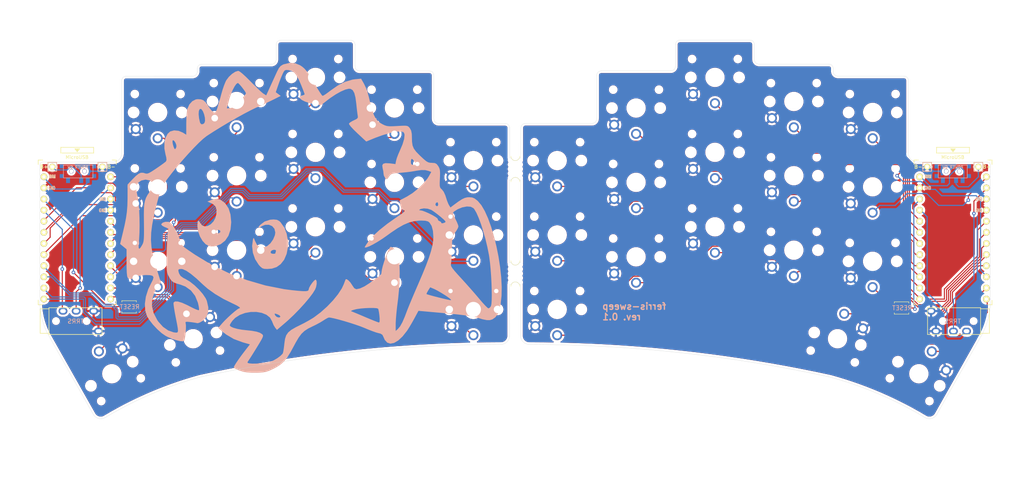
<source format=kicad_pcb>
(kicad_pcb (version 20211014) (generator pcbnew)
  (layers (0 "F.Cu" signal) (31 "B.Cu" signal) (34 "B.Paste" user) (35 "F.Paste" user) (36 "B.SilkS" user "B.Silkscreen") (37 "F.SilkS" user "F.Silkscreen") (38 "B.Mask" user) (39 "F.Mask" user) (44 "Edge.Cuts" user))
  (net 0 "")
  (net 1 "BT+")
  (net 2 "gnd")
  (net 3 "vcc")
  (net 4 "Switch18")
  (net 5 "reset")
  (net 6 "Switch1")
  (net 7 "Switch2")
  (net 8 "Switch3")
  (net 9 "Switch4")
  (net 10 "Switch5")
  (net 11 "Switch6")
  (net 12 "Switch7")
  (net 13 "Switch8")
  (net 14 "Switch9")
  (net 15 "Switch10")
  (net 16 "Switch11")
  (net 17 "Switch12")
  (net 18 "Switch13")
  (net 19 "Switch14")
  (net 20 "Switch15")
  (net 21 "Switch16")
  (net 22 "Switch17")
  (net 23 "Net-(SW_POWER1-Pad1)")
  (net 24 "raw")
  (net 25 "BT+_r")
  (net 26 "Switch18_r")
  (net 27 "reset_r")
  (net 28 "Switch9_r")
  (net 29 "Switch10_r")
  (net 30 "Switch11_r")
  (net 31 "Switch12_r")
  (net 32 "Switch13_r")
  (net 33 "Switch14_r")
  (net 34 "Switch15_r")
  (net 35 "Switch16_r")
  (net 36 "Switch17_r")
  (net 37 "Switch1_r")
  (net 38 "Switch2_r")
  (net 39 "Switch3_r")
  (net 40 "Switch4_r")
  (net 41 "Switch5_r")
  (net 42 "Switch6_r")
  (net 43 "Switch7_r")
  (net 44 "Switch8_r")
  (net 45 "Net-(SW_POWERR1-Pad1)")
  (footprint "kbd:ProMicro_v3_min" (layer "F.Cu") (at 230.178 67.564)
    (fp_text reference "U1" hide)
    (fp_text value "ProMicro-kbd" hide)
  )
  (footprint "Kailh:TRRS-PJ-320A" (layer "F.Cu") (at 236.474 86.052 -90)
    (fp_text reference "J2")
    (fp_text value "AudioJack4dpb" hide)
  )
  (footprint "* duckyb-collection:choc-v1-with-millmax" (layer "F.Cu") (at 175.856 64.516)
    (fp_text reference "SW16" hide)
    (fp_text value "SW_Push" hide)
  )
  (footprint "* duckyb-collection:choc-v1-with-millmax" (layer "F.Cu") (at 222.386 98.082 150)
    (fp_text reference "SW20" hide)
    (fp_text value "SW_Push" hide)
  )
  (footprint "* duckyb-collection:choc-v1-with-millmax" (layer "F.Cu") (at 157.856 71.374)
    (fp_text reference "SW15" hide)
    (fp_text value "SW_Push" hide)
  )
  (footprint "* duckyb-collection:choc-v1-with-millmax" (layer "F.Cu") (at 203.826 90.082 165)
    (fp_text reference "SW21" hide)
    (fp_text value "SW_Push" hide)
  )
  (footprint "* duckyb-collection:choc-v1-with-millmax" (layer "F.Cu") (at 193.856 69.85)
    (fp_text reference "SW17" hide)
    (fp_text value "SW_Push" hide)
  )
  (footprint "* duckyb-collection:choc-v1-with-millmax" (layer "F.Cu") (at 211.836 72.39)
    (fp_text reference "SW18" hide)
    (fp_text value "SW_Push" hide)
  )
  (footprint "* duckyb-collection:choc-v1-with-millmax" (layer "F.Cu") (at 175.856 30.382)
    (fp_text reference "SW4" hide)
    (fp_text value "SW_Push" hide)
  )
  (footprint "* duckyb-collection:choc-v1-with-millmax" (layer "F.Cu") (at 157.856 37.382)
    (fp_text reference "SW3" hide)
    (fp_text value "SW_Push" hide)
  )
  (footprint "* duckyb-collection:choc-v1-with-millmax" (layer "F.Cu") (at 157.856 54.356)
    (fp_text reference "SW9" hide)
    (fp_text value "SW_Push" hide)
  )
  (footprint "* duckyb-collection:choc-v1-with-millmax" (layer "F.Cu") (at 139.856 83.382)
    (fp_text reference "SW14" hide)
    (fp_text value "SW_Push" hide)
  )
  (footprint "* duckyb-collection:choc-v1-with-millmax" (layer "F.Cu") (at 211.836 55.372)
    (fp_text reference "SW12" hide)
    (fp_text value "SW_Push" hide)
  )
  (footprint "* duckyb-collection:choc-v1-with-millmax" (layer "F.Cu") (at 193.856 52.832)
    (fp_text reference "SW11" hide)
    (fp_text value "SW_Push" hide)
  )
  (footprint "* duckyb-collection:choc-v1-with-millmax" (layer "F.Cu") (at 139.856 66.382)
    (fp_text reference "SW8" hide)
    (fp_text value "SW_Push" hide)
  )
  (footprint "* duckyb-collection:choc-v1-with-millmax" (layer "F.Cu") (at 211.856 38.382)
    (fp_text reference "SW6" hide)
    (fp_text value "SW_Push" hide)
  )
  (footprint "* duckyb-collection:choc-v1-with-millmax" (layer "F.Cu") (at 193.856 35.882)
    (fp_text reference "SW5" hide)
    (fp_text value "SW_Push" hide)
  )
  (footprint "* duckyb-collection:choc-v1-with-millmax" (layer "F.Cu") (at 139.856 49.382)
    (fp_text reference "SW2" hide)
    (fp_text value "SW_Push" hide)
  )
  (footprint "Duckyb-Parts:mouse-bite-5mm-slot-with-space-for-track" (layer "F.Cu") (at 130.302 51.308)
    (fp_text reference "mouse-bite-2mm-slot" hide)
    (fp_text value "VAL**" hide)
  )
  (footprint "Duckyb-Parts:mouse-bite-5mm-slot-with-space-for-track" (layer "F.Cu") (at 130.302 75.184)
    (fp_text reference "mouse-bite-2mm-slot" hide)
    (fp_text value "VAL**" hide)
  )
  (footprint "kbd:SW_SPST_B3U-1000P" (layer "F.Cu") (at 218.44 83.058)
    (fp_text reference "RSW1" hide)
    (fp_text value "SW_Push")
  )
  (footprint "* duckyb-collection:choc-v1-with-millmax" (layer "F.Cu") (at 175.856 47.498)
    (fp_text reference "SW10" hide)
    (fp_text value "SW_Push" hide)
  )
  (footprint "kbd:1pin_conn" (layer "F.Cu") (at 235.966 50.8)
    (fp_text reference "B+")
    (fp_text value "MountingHole_Pad" hide)
  )
  (footprint "kbd:1pin_conn" (layer "F.Cu") (at 224.282 50.8)
    (fp_text reference "B-")
    (fp_text value "MountingHole_Pad" hide)
  )
  (footprint "kbd:ProMicro_v3_min" (layer "F.Cu") (at 30.326 67.564)
    (fp_text reference "U2" hide)
    (fp_text value "ProMicro-kbd" hide)
  )
  (footprint "Kailh:TRRS-PJ-320A" (layer "F.Cu") (at 23.876 86.052 90)
    (fp_text reference "J1")
    (fp_text value "AudioJack4dpb" hide)
  )
  (footprint "* duckyb-collection:choc-v1-with-millmax" (layer "F.Cu") (at 48.686 72.39)
    (fp_text reference "SW17_r1" hide)
    (fp_text value "SW_Push" hide)
  )
  (footprint "* duckyb-collection:choc-v1-with-millmax" (layer "F.Cu") (at 66.7 52.832)
    (fp_text reference "SW11_r1" hide)
    (fp_text value "SW_Push" hide)
  )
  (footprint "* duckyb-collection:choc-v1-with-millmax" (layer "F.Cu") (at 84.688 64.516)
    (fp_text reference "SW15_r1" hide)
    (fp_text value "SW_Push" hide)
  )
  (footprint "* duckyb-collection:choc-v1-with-millmax" (layer "F.Cu") (at 102.714 71.374)
    (fp_text reference "SW18_r1" hide)
    (fp_text value "SW_Push" hide)
  )
  (footprint "* duckyb-collection:choc-v1-with-millmax" (layer "F.Cu") (at 48.686 38.382)
    (fp_text reference "SW6_r1" hide)
    (fp_text value "SW_Push" hide)
  )
  (footprint "* duckyb-collection:choc-v1-with-millmax" (layer "F.Cu") (at 66.7 35.882)
    (fp_text reference "SW5_r1" hide)
    (fp_text value "SW_Push" hide)
  )
  (footprint "* duckyb-collection:choc-v1-with-millmax" (layer "F.Cu") (at 120.732 49.382)
    (fp_text reference "SW2_r1" hide)
    (fp_text value "SW_Push" hide)
  )
  (footprint "* duckyb-collection:choc-v1-with-millmax" (layer "F.Cu") (at 66.7 69.85)
    (fp_text reference "SW16_r1" hide)
    (fp_text value "SW_Push" hide)
  )
  (footprint "* duckyb-collection:choc-v1-with-millmax" (layer "F.Cu") (at 84.688 30.382)
    (fp_text reference "SW4_r1" hide)
    (fp_text value "SW_Push" hide)
  )
  (footprint "* duckyb-collection:choc-v1-with-millmax" (layer "F.Cu") (at 120.732 83.382)
    (fp_text reference "SW13_r1" hide)
    (fp_text value "SW_Push" hide)
  )
  (footprint "* duckyb-collection:choc-v1-with-millmax" (layer "F.Cu") (at 48.686 55.372)
    (fp_text reference "SW12_r1" hide)
    (fp_text value "SW_Push" hide)
  )
  (footprint "* duckyb-collection:choc-v1-with-millmax" (layer "F.Cu") (at 102.714 37.382)
    (fp_text reference "SW3_r1" hide)
    (fp_text value "SW_Push" hide)
  )
  (footprint "* duckyb-collection:choc-v1-with-millmax" (layer "F.Cu") (at 102.714 54.356)
    (fp_text reference "SW8_r1" hide)
    (fp_text value "SW_Push" hide)
  )
  (footprint "* duckyb-collection:choc-v1-with-millmax" (layer "F.Cu") (at 56.778 90.082 -165)
    (fp_text reference "SW21_r1" hide)
    (fp_text value "SW_Push" hide)
  )
  (footprint "* duckyb-collection:choc-v1-with-millmax" (layer "F.Cu") (at 84.688 47.498)
    (fp_text reference "SW9_r1" hide)
    (fp_text value "SW_Push" hide)
  )
  (footprint "* duckyb-collection:choc-v1-with-millmax" (layer "F.Cu") (at 38.218 98.082 -150)
    (fp_text reference "SW20_r1" hide)
    (fp_text value "SW_Push" hide)
  )
  (footprint "* duckyb-collection:choc-v1-with-millmax" (layer "F.Cu") (at 120.732 66.382)
    (fp_text reference "SW7_r1" hide)
    (fp_text value "SW_Push" hide)
  )
  (footprint "kbd:1pin_conn" (layer "F.Cu") (at 36.068 50.8)
    (fp_text reference "B-")
    (fp_text value "MountingHole_Pad" hide)
  )
  (footprint "kbd:1pin_conn" (layer "F.Cu") (at 24.638 50.8)
    (fp_text reference "B+")
    (fp_text value "MountingHole_Pad" hide)
  )
  (footprint "kbd:SW_SPST_B3U-1000P" (layer "F.Cu") (at 42.164 82.804)
    (fp_text reference "RSW2" hide)
    (fp_text value "SW_Push")
  )
  (footprint "Ferris:ferris_mask" (layer "F.Cu") (at 83.49 84.7)
    (fp_text reference "G***" hide)
    (fp_text value "LOGO" hide)
  )
  (footprint "Ferris:corro_mask" (layer "F.Cu") (at 177.051281 83.082708 5)
    (fp_text reference "G***" hide)
    (fp_text value "LOGO" hide)
  )
  (footprint "Kailh:SPDT_C128955" (layer "B.Cu") (at 230.124 51.816 180)
    (fp_text reference "POWER SW")
    (fp_text value "SW_SPDT")
  )
  (footprint "Kailh:SPDT_C128955" (layer "B.Cu") (at 30.48 51.816 180)
    (fp_text reference "POWER SW")
    (fp_text value "SW_SPDT")
  )
  (footprint "Ferris:ferris_silkscreen_large" (layer "B.Cu") (at 81.986904 57.520325 180)
    (fp_text reference "G***" hide)
    (fp_text value "LOGO" hide)
  )
  (gr_rect (start 27.178 50.419) (end 33.909 53.34) (layer "B.SilkS") (width 0.12) (fill none))
  (gr_rect (start 226.822 50.419) (end 233.426 53.34) (layer "B.SilkS") (width 0.12) (fill none))
  (gr_line (start 131.5085 77.724) (end 131.506254 89.547024) (layer "Edge.Cuts") (width 0.05))
  (gr_line (start 219.998045 47.763999) (end 219.998298 31.095523) (layer "Edge.Cuts") (width 0.05))
  (gr_arc (start 226.446 107.451265) (mid 225.204995 108.32098) (end 223.714 108.05) (layer "Edge.Cuts") (width 0.05))
  (gr_arc (start 222.033002 49.694917) (mid 220.620534 49.145716) (end 219.998001 47.763999) (layer "Edge.Cuts") (width 0.05))
  (gr_arc (start 237.938 49.692) (mid 238.46833 49.91167) (end 238.688 50.442) (layer "Edge.Cuts") (width 0.05))
  (gr_arc (start 133.544 91.383119) (mid 132.156573 90.874102) (end 131.506254 89.547024) (layer "Edge.Cuts") (width 0.05))
  (gr_arc (start 202.185134 98.863946) (mid 213.262488 102.723597) (end 223.714 108.05) (layer "Edge.Cuts") (width 0.05))
  (gr_line (start 222.033002 49.694917) (end 237.938 49.692) (layer "Edge.Cuts") (width 0.05))
  (gr_arc (start 133.544 91.383119) (mid 168.064442 93.289554) (end 202.185134 98.863946) (layer "Edge.Cuts") (width 0.05))
  (gr_line (start 238.688 58.42) (end 238.688 66.548) (layer "Edge.Cuts") (width 0.05))
  (gr_line (start 236.953304 88.85815) (end 226.446 107.451265) (layer "Edge.Cuts") (width 0.05))
  (gr_arc (start 238.7 81.534) (mid 238.242913 85.295347) (end 236.953304 88.85815) (layer "Edge.Cuts") (width 0.05))
  (gr_line (start 238.688 50.442) (end 238.688 58.42) (layer "Edge.Cuts") (width 0.05))
  (gr_line (start 131.5807 41.91031) (end 131.572 48.7) (layer "Edge.Cuts") (width 0.05))
  (gr_line (start 238.688 66.548) (end 238.688 75.438) (layer "Edge.Cuts") (width 0.05))
  (gr_line (start 238.688 75.438) (end 238.7 81.534) (layer "Edge.Cuts") (width 0.05))
  (gr_line (start 129.3495 72.644) (end 128.96 72.644) (layer "Edge.Cuts") (width 0.05))
  (gr_line (start 129.3495 53.848) (end 128.96 53.848) (layer "Edge.Cuts") (width 0.05))
  (gr_line (start 129.3495 77.724) (end 128.96 77.724) (layer "Edge.Cuts") (width 0.05))
  (gr_line (start 131.572 53.848) (end 131.572 72.644) (layer "Edge.Cuts") (width 0.05))
  (gr_line (start 21.792 50.442) (end 21.792 58.42) (layer "Edge.Cuts") (width 0.05))
  (gr_line (start 128.96 77.724) (end 128.975507 89.545022) (layer "Edge.Cuts") (width 0.05))
  (gr_arc (start 128.975507 89.545022) (mid 128.324689 90.873432) (end 126.936 91.383119) (layer "Edge.Cuts") (width 0.05))
  (gr_line (start 40.481999 47.763999) (end 40.481692 31.125519) (layer "Edge.Cuts") (width 0.05))
  (gr_line (start 21.792 66.548) (end 21.792 73.914) (layer "Edge.Cuts") (width 0.05))
  (gr_line (start 23.526696 88.85815) (end 34.034 107.451265) (layer "Edge.Cuts") (width 0.05))
  (gr_arc (start 40.481999 47.763999) (mid 39.859467 49.145717) (end 38.446998 49.694917) (layer "Edge.Cuts") (width 0.05))
  (gr_arc (start 58.294866 98.863946) (mid 92.415558 93.289555) (end 126.936 91.383119) (layer "Edge.Cuts") (width 0.05))
  (gr_arc (start 23.526696 88.85815) (mid 22.237087 85.295347) (end 21.78 81.534) (layer "Edge.Cuts") (width 0.05))
  (gr_arc (start 21.792 50.442) (mid 22.01167 49.91167) (end 22.542 49.692) (layer "Edge.Cuts") (width 0.05))
  (gr_line (start 38.446998 49.694917) (end 22.542 49.692) (layer "Edge.Cuts") (width 0.05))
  (gr_line (start 21.792 58.42) (end 21.792 66.548) (layer "Edge.Cuts") (width 0.05))
  (gr_arc (start 36.766 108.05) (mid 35.275005 108.32098) (end 34.034 107.451265) (layer "Edge.Cuts") (width 0.05))
  (gr_arc (start 36.766 108.05) (mid 47.217512 102.723597) (end 58.294866 98.863946) (layer "Edge.Cuts") (width 0.05))
  (gr_line (start 21.792 73.914) (end 21.78 81.534) (layer "Edge.Cuts") (width 0.05))
  (gr_line (start 128.96 53.848) (end 128.96 72.644) (layer "Edge.Cuts") (width 0.05))
  (gr_line (start 129.013945 41.927157) (end 129.013945 48.768) (layer "Edge.Cuts") (width 0.05))
  (gr_line (start 149.954645 28.89) (end 165.694645 28.89) (layer "Edge.Cuts") (width 0.05))
  (gr_line (start 58.721692 27.372366) (end 74.341692 27.372366) (layer "Edge.Cuts") (width 0.05))
  (gr_line (start 185.953778 27.35307) (end 186.09 27.351907) (layer "Edge.Cuts") (width 0.05))
  (gr_arc (start 94.796191 28.91) (mid 94.03 28.584238) (end 93.722692 27.81046) (layer "Edge.Cuts") (width 0.05))
  (gr_line (start 76.83 21.870757) (end 92.58 21.870757) (layer "Edge.Cuts") (width 0.05))
  (gr_arc (start 185.953778 27.35307) (mid 185.18 27.045762) (end 184.854238 26.279571) (layer "Edge.Cuts") (width 0.05))
  (gr_line (start 183.85 21.845762) (end 183.74 21.846519) (layer "Edge.Cuts") (width 0.05))
  (gr_line (start 203.943778 30.08307) (end 218.998298 30.08237) (layer "Edge.Cuts") (width 0.05))
  (gr_line (start 131.571999 48.768) (end 131.4 48.768) (layer "Edge.Cuts") (width 0.05))
  (gr_line (start 166.852367 22.847453) (end 166.851955 22.915762) (layer "Edge.Cuts") (width 0.05))
  (gr_arc (start 203.943778 30.08307) (mid 203.17 29.775762) (end 202.844238 29.009571) (layer "Edge.Cuts") (width 0.05))
  (gr_arc (start 131.5807 41.91031) (mid 131.87 41.198418) (end 132.573853 40.89) (layer "Edge.Cuts") (width 0.05))
  (gr_line (start 110.64 28.906847) (end 110.706847 28.91) (layer "Edge.Cuts") (width 0.05))
  (gr_line (start 131.572 48.7) (end 131.572 48.768) (layer "Edge.Cuts") (width 0.05))
  (gr_line (start 75.72 22.96) (end 75.72 22.88) (layer "Edge.Cuts") (width 0.05))
  (gr_line (start 75.72 26.22) (end 75.72 22.96) (layer "Edge.Cuts") (width 0.05))
  (gr_line (start 184.85 22.855762) (end 184.85 22.935762) (layer "Edge.Cuts") (width 0.05))
  (gr_arc (start 40.481692 31.125519) (mid 40.77 30.41) (end 41.481692 30.112366) (layer "Edge.Cuts") (width 0.05))
  (gr_line (start 165.694645 28.89) (end 165.773809 28.885762) (layer "Edge.Cuts") (width 0.05))
  (gr_line (start 93.718045 27.72) (end 93.722692 27.81046) (layer "Edge.Cuts") (width 0.05))
  (gr_arc (start 112.8 40.906847) (mid 112.033809 40.581085) (end 111.726501 39.807307) (layer "Edge.Cuts") (width 0.05))
  (gr_line (start 111.718045 39.6) (end 111.726501 39.807307) (layer "Edge.Cuts") (width 0.05))
  (gr_arc (start 128.020792 40.906847) (mid 128.724662 41.215226) (end 129.013945 41.927157) (layer "Edge.Cuts") (width 0.05))
  (gr_arc (start 218.998298 30.08237) (mid 219.71 30.38) (end 219.998298 31.095523) (layer "Edge.Cuts") (width 0.05))
  (gr_line (start 129.013945 48.768) (end 129.349501 48.767999) (layer "Edge.Cuts") (width 0.05))
  (gr_line (start 93.718045 22.94) (end 93.718045 27.72) (layer "Edge.Cuts") (width 0.05))
  (gr_arc (start 166.847308 27.786222) (mid 166.54 28.56) (end 165.773809 28.885762) (layer "Edge.Cuts") (width 0.05))
  (gr_line (start 167.99 21.846519) (end 183.74 21.846519) (layer "Edge.Cuts") (width 0.05))
  (gr_arc (start 110.706847 28.91) (mid 111.422366 29.198309) (end 111.72 29.91) (layer "Edge.Cuts") (width 0.05))
  (gr_arc (start 131.254499 72.644) (mid 130.302 73.288873) (end 129.349501 72.643999) (layer "Edge.Cuts") (width 0.05))
  (gr_arc (start 57.725762 29.033809) (mid 57.4 29.8) (end 56.626222 30.107308) (layer "Edge.Cuts") (width 0.05))
  (gr_line (start 131.572 53.848) (end 131.2545 53.848) (layer "Edge.Cuts") (width 0.05))
  (gr_arc (start 183.85 21.845762) (mid 184.561495 22.141361) (end 184.85 22.855762) (layer "Edge.Cuts") (width 0.05))
  (gr_line (start 149.887798 28.893153) (end 149.954645 28.89) (layer "Edge.Cuts") (width 0.05))
  (gr_arc (start 57.721692 28.385519) (mid 58.01 27.67) (end 58.721692 27.372366) (layer "Edge.Cuts") (width 0.05))
  (gr_line (start 186.228308 27.348128) (end 201.848308 27.348128) (layer "Edge.Cuts") (width 0.05))
  (gr_arc (start 129.349501 77.724) (mid 130.302 77.079127) (end 131.254499 77.724001) (layer "Edge.Cuts") (width 0.05))
  (gr_line (start 111.718045 30.1) (end 111.718045 39.6) (layer "Edge.Cuts") (width 0.05))
  (gr_line (start 75.72 26.22) (end 75.715762 26.303809) (layer "Edge.Cuts") (width 0.05))
  (gr_arc (start 75.72 22.88) (mid 76.008503 22.165598) (end 76.72 21.87) (layer "Edge.Cuts") (width 0.05))
  (gr_line (start 184.85 22.935762) (end 184.85 26.195762) (layer "Edge.Cuts") (width 0.05))
  (gr_line (start 76.83 21.870757) (end 76.72 21.87) (layer "Edge.Cuts") (width 0.05))
  (gr_line (start 132.573853 40.89) (end 147.794645 40.89) (layer "Edge.Cuts") (width 0.05))
  (gr_line (start 92.58 21.870757) (end 92.70448 21.871691) (layer "Edge.Cuts") (width 0.05))
  (gr_line (start 112.8 40.906847) (end 128.020792 40.906847) (layer "Edge.Cuts") (width 0.05))
  (gr_line (start 94.9 28.906847) (end 110.64 28.906847) (layer "Edge.Cuts") (width 0.05))
  (gr_line (start 166.847308 27.786222) (end 166.851955 27.695762) (layer "Edge.Cuts") (width 0.05))
  (gr_line (start 111.718045 30.1) (end 111.72 29.91) (layer "Edge.Cuts") (width 0.05))
  (gr_arc (start 92.70448 21.871691) (mid 93.42 22.16) (end 93.717633 22.871691) (layer "Edge.Cuts") (width 0.05))
  (gr_line (start 167.86552 21.847453) (end 167.99 21.846519) (layer "Edge.Cuts") (width 0.05))
  (gr_line (start 202.848308 28.361281) (end 202.844238 29.009571) (layer "Edge.Cuts") (width 0.05))
  (gr_line (start 166.851955 27.695762) (end 166.851955 22.915762) (layer "Edge.Cuts") (width 0.05))
  (gr_arc (start 201.848308 27.348128) (mid 202.559999 27.645761) (end 202.848308 28.361281) (layer "Edge.Cuts") (width 0.05))
  (gr_arc (start 148.874645 29.893153) (mid 149.172279 29.181463) (end 149.887798 28.893153) (layer "Edge.Cuts") (width 0.05))
  (gr_line (start 41.481692 30.112366) (end 56.626222 30.107308) (layer "Edge.Cuts") (width 0.05))
  (gr_arc (start 75.715762 26.303809) (mid 75.39 27.07) (end 74.616222 27.377308) (layer "Edge.Cuts") (width 0.05))
  (gr_line (start 94.9 28.906847) (end 94.796191 28.91) (layer "Edge.Cuts") (width 0.05))
  (gr_line (start 57.725762 29.033809) (end 57.721692 28.385519) (layer "Edge.Cuts") (width 0.05))
  (gr_line (start 93.718045 22.94) (end 93.717633 22.871691) (layer "Edge.Cuts") (width 0.05))
  (gr_line (start 186.09 27.351907) (end 186.228308 27.348128) (layer "Edge.Cuts") (width 0.05))
  (gr_line (start 131.572 72.644) (end 131.2545 72.644) (layer "Edge.Cuts") (width 0.05))
  (gr_line (start 131.4 48.768) (end 131.254499 48.768) (layer "Edge.Cuts") (width 0.05))
  (gr_arc (start 131.254499 48.768) (mid 130.302 49.412873) (end 129.349501 48.767999) (layer "Edge.Cuts") (width 0.05))
  (gr_line (start 184.854238 26.279571) (end 184.85 26.195762) (layer "Edge.Cuts") (width 0.05))
  (gr_arc (start 166.852367 22.847453) (mid 167.15 22.135762) (end 167.86552 21.847453) (layer "Edge.Cuts") (width 0.05))
  (gr_line (start 131.5085 77.724) (end 131.2545 77.724) (layer "Edge.Cuts") (width 0.05))
  (gr_line (start 148.874645 29.893153) (end 148.8766 30.083153) (layer "Edge.Cuts") (width 0.05))
  (gr_arc (start 129.349501 53.848) (mid 130.302 53.203127) (end 131.254499 53.848001) (layer "Edge.Cuts") (width 0.05))
  (gr_line (start 148.868144 39.79046) (end 148.8766 39.583153) (layer "Edge.Cuts") (width 0.05))
  (gr_line (start 74.48 27.376145) (end 74.616222 27.377308) (layer "Edge.Cuts") (width 0.05))
  (gr_line (start 148.8766 39.583153) (end 148.8766 30.083153) (layer "Edge.Cuts") (width 0.05))
  (gr_arc (start 148.868144 39.79046) (mid 148.560835 40.564237) (end 147.794645 40.89) (layer "Edge.Cuts") (width 0.05))
  (gr_line (start 74.341692 27.372366) (end 74.48 27.376145) (layer "Edge.Cuts") (width 0.05))
  (gr_text "ferris-sweep\nrev. 0.1" (at 149.98 83.88) (layer "B.SilkS") (effects (font (size 1.5 1.5) (thickness 0.3)) (justify right mirror)))
  (segment (start 25.360999 51.522999) (end 28.051999 51.522999) (width 0.25) (layer "B.Cu") (net 1))
  (segment (start 24.638 50.8) (end 25.360999 51.522999) (width 0.25) (layer "B.Cu") (net 1))
  (segment (start 29.046501 50.890501) (end 29.373499 50.890501) (width 0.25) (layer "B.Cu") (net 1))
  (segment (start 28.738499 50.836499) (end 28.992499 50.836499) (width 0.25) (layer "B.Cu") (net 1))
  (segment (start 31.23 52.747002) (end 31.23 53.891) (width 0.25) (layer "B.Cu") (net 1))
  (segment (start 28.051999 51.522999) (end 28.738499 50.836499) (width 0.25) (layer "B.Cu") (net 1))
  (segment (start 29.373499 50.890501) (end 31.23 52.747002) (width 0.25) (layer "B.Cu") (net 1))
  (segment (start 28.992499 50.836499) (end 29.046501 50.890501) (width 0.25) (layer "B.Cu") (net 1))
  (segment (start 224.8576 85.65317) (end 225.174 85.33677) (width 0.25) (layer "F.Cu") (net 2))
  (segment (start 225.174 85.33677) (end 225.174 83.552) (width 0.25) (layer "F.Cu") (net 2))
  (segment (start 216.74 83.058) (end 216.74 84.758) (width 0.25) (layer "F.Cu") (net 2))
  (segment (start 216.74 85.54477) (end 216.8484 85.65317) (width 0.25) (layer "F.Cu") (net 2))
  (segment (start 216.8484 85.65317) (end 224.8576 85.65317) (width 0.25) (layer "F.Cu") (net 2))
  (segment (start 216.74 84.758) (end 216.74 85.54477) (width 0.25) (layer "F.Cu") (net 2))
  (segment (start 40.40601 82.74601) (end 40.464 82.804) (width 0.25) (layer "F.Cu") (net 2))
  (segment (start 34.076 83.552) (end 37.80201 83.552) (width 0.25) (layer "F.Cu") (net 2))
  (segment (start 37.80201 83.552) (end 38.608 82.74601) (width 0.25) (layer "F.Cu") (net 2))
  (segment (start 38.608 82.74601) (end 40.40601 82.74601) (width 0.25) (layer "F.Cu") (net 2))
  (segment (start 213.159159 42.182) (end 206.856 42.182) (width 0.25) (layer "B.Cu") (net 2))
  (segment (start 221.777159 50.8) (end 213.159159 42.182) (width 0.25) (layer "B.Cu") (net 2))
  (segment (start 226.254 88.332) (end 226.274 88.352) (width 0.25) (layer "B.Cu") (net 2))
  (segment (start 226.244 88.322) (end 226.274 88.352) (width 0.25) (layer "B.Cu") (net 2))
  (segment (start 224.282 50.8) (end 221.777159 50.8) (width 0.25) (layer "B.Cu") (net 2))
  (segment (start 26.924 83.4) (end 27.076 83.552) (width 0.25) (layer "F.Cu") (net 3))
  (segment (start 26.924 74.168) (end 26.924 83.4) (width 0.25) (layer "F.Cu") (net 3))
  (via (at 26.924 74.168) (size 0.8) (drill 0.4) (layers "F.Cu" "B.Cu") (net 3))
  (segment (start 233.254 88.332) (end 233.274 88.352) (width 0.25) (layer "B.Cu") (net 3))
  (segment (start 26.924 65.1126) (end 26.924 74.168) (width 0.25) (layer "B.Cu") (net 3))
  (segment (start 22.5174 60.706) (end 26.924 65.1126) (width 0.25) (layer "B.Cu") (net 3))
  (segment (start 224.282 62.2186) (end 224.282 79.502) (width 0.25) (layer "B.Cu") (net 3))
  (segment (start 229.108 89.662) (end 231.764 89.662) (width 0.25) (layer "B.Cu") (net 3))
  (segment (start 222.7694 60.706) (end 224.282 62.2186) (width 0.25) (layer "B.Cu") (net 3))
  (segment (start 231.764 89.662) (end 233.274 88.152) (width 0.25) (layer "B.Cu") (net 3))
  (segment (start 228.854 84.074) (end 228.854 89.408) (width 0.25) (layer "B.Cu") (net 3))
  (segment (start 228.854 89.408) (end 229.108 89.662) (width 0.25) (layer "B.Cu") (net 3))
  (segment (start 224.282 79.502) (end 228.854 84.074) (width 0.25) (layer "B.Cu") (net 3))
  (segment (start 237.9894 55.626) (end 234.95 58.6654) (width 0.25) (layer "F.Cu") (net 4))
  (segment (start 234.95 58.6654) (end 234.95 61.468) (width 0.25) (layer "F.Cu") (net 4))
  (via (at 234.95 61.468) (size 0.8) (drill 0.4) (layers "F.Cu" "B.Cu") (net 4))
  (segment (start 230.274 81.13) (end 234.95 76.454) (width 0.25) (layer "B.Cu") (net 4))
  (segment (start 230.274 88.152) (end 230.274 81.13) (width 0.25) (layer "B.Cu") (net 4))
  (segment (start 234.95 76.454) (end 234.95 61.468) (width 0.25) (layer "B.Cu") (net 4))
  (segment (start 220.14 83.058) (end 221.234 83.058) (width 0.25) (layer "F.Cu") (net 5))
  (segment (start 221.234 83.058) (end 221.488 83.312) (width 0.25) (layer "F.Cu") (net 5))
  (via (at 221.488 83.312) (size 0.8) (drill 0.4) (layers "F.Cu" "B.Cu") (net 5))
  (segment (start 221.488 82.55) (end 221.234 82.296) (width 0.25) (layer "B.Cu") (net 5))
  (segment (start 221.488 83.312) (end 221.488 82.55) (width 0.25) (layer "B.Cu") (net 5))
  (segment (start 221.234 59.7014) (end 221.234 82.296) (width 0.25) (layer "B.Cu") (net 5))
  (segment (start 222.7694 58.166) (end 221.234 59.7014) (width 0.25) (layer "B.Cu") (net 5))
  (segment (start 217.678 50.292) (end 218.41796 51.03196) (width 0.25) (layer "F.Cu") (net 6))
  (segment (start 155.956 44.958) (end 162.814 44.958) (width 0.25) (layer "F.Cu") (net 6))
  (segment (start 205.994 50.292) (end 217.678 50.292) (width 0.25) (layer "F.Cu") (net 6))
  (segment (start 218.41796 51.03196) (end 218.41796 51.83804) (width 0.25) (layer "F.Cu") (net 6))
  (segment (start 199.84001 47.69401) (end 202.946 50.8) (width 0.25) (layer "F.Cu") (net 6))
  (segment (start 167.057719 43.732009) (end 169.641728 41.148) (width 0.25) (layer "F.Cu") (net 6))
  (segment (start 164.03999 43.73201) (end 167.057719 43.732009) (width 0.25) (layer "F.Cu") (net 6))
  (segment (start 162.814 44.958) (end 164.03999 43.73201) (width 0.25) (layer "F.Cu") (net 6))
  (segment (start 183.38518 41.148) (end 188.6032 46.36602) (width 0.25) (layer "F.Cu") (net 6))
  (segment (start 202.946 50.8) (end 205.486 50.8) (width 0.25) (layer "F.Cu") (net 6))
  (segment (start 196.53079 46.36602) (end 197.85878 47.69401) (width 0.25) (layer "F.Cu") (net 6))
  (segment (start 197.85878 47.69401) (end 199.84001 47.69401) (width 0.25) (layer "F.Cu") (net 6))
  (segment (start 188.6032 46.36602) (end 196.53079 46.36602) (width 0.25) (layer "F.Cu") (net 6))
  (segment (start 218.41796 51.83804) (end 217.424 52.832) (width 0.25) (layer "F.Cu") (net 6))
  (segment (start 205.486 50.8) (end 205.994 50.292) (width 0.25) (layer "F.Cu") (net 6))
  (segment (start 169.641728 41.148) (end 183.38518 41.148) (width 0.25) (layer "F.Cu") (net 6))
  (segment (start 139.856 55.282) (end 145.632 55.282) (width 0.25) (layer "F.Cu") (net 6))
  (segment (start 145.632 55.282) (end 155.956 44.958) (width 0.25) (layer "F.Cu") (net 6))
  (via (at 217.424 52.832) (size 0.8) (drill 0.4) (layers "F.Cu" "B.Cu") (net 6))
  (segment (start 237.9894 75.946) (end 236.4697 74.4263) (width 0.25) (layer "B.Cu") (net 6))
  (segment (start 236.4697 58.4243) (end 235.4451 57.3997) (width 0.25) (layer "B.Cu") (net 6))
  (segment (start 236.4697 74.4263) (end 236.4697 58.4243) (width 0.25) (layer "B.Cu") (net 6))
  (segment (start 224.711081 55.958919) (end 222.925163 54.173001) (width 0.25) (layer "B.Cu") (net 6))
  (segment (start 218.765001 54.173001) (end 217.424 52.832) (width 0.25) (layer "B.Cu") (net 6))
  (segment (start 235.4451 57.3997) (end 227.5797 57.3997) (width 0.25) (layer "B.Cu") (net 6))
  (segment (start 227.5797 57.3997) (end 226.138919 55.958919) (width 0.25) (layer "B.Cu") (net 6))
  (segment (start 226.138919 55.958919) (end 224.711081 55.958919) (width 0.25) (layer "B.Cu") (net 6))
  (segment (start 222.925163 54.173001) (end 218.765001 54.173001) (width 0.25) (layer "B.Cu") (net 6))
  (segment (start 203.07441 50.292) (end 205.35759 50.292) (width 0.25) (layer "F.Cu") (net 7))
  (segment (start 205.933189 49.716401) (end 218.243991 49.716401) (width 0.25) (layer "F.Cu") (net 7))
  (segment (start 218.86797 50.34038) (end 218.86797 65.70597) (width 0.25) (layer "F.Cu") (net 7))
  (segment (start 200.026411 47.244001) (end 203.07441 50.292) (width 0.25) (layer "F.Cu") (net 7))
  (segment (start 159.234991 44.172991) (end 162.962599 44.172991) (width 0.25) (layer "F.Cu") (net 7))
  (segment (start 163.853591 43.282001) (end 166.871317 43.282001) (width 0.25) (layer "F.Cu") (net 7))
  (segment (start 157.856 43.282) (end 158.344 43.282) (width 0.25) (layer "F.Cu") (net 7))
  (segment (start 169.513318 40.64) (end 183.51359 40.64) (width 0.25) (layer "F.Cu") (net 7))
  (segment (start 205.35759 50.292) (end 205.933189 49.716401) (width 0.25) (layer "F.Cu") (net 7))
  (segment (start 166.871317 43.282001) (end 169.513318 40.64) (width 0.25) (layer "F.Cu") (net 7))
  (segment (start 162.962599 44.172991) (end 163.853591 43.282001) (width 0.25) (layer "F.Cu") (net 7))
  (segment (start 158.344 43.282) (end 159.234991 44.172991) (width 0.25) (layer "F.Cu") (net 7))
  (segment (start 218.243991 49.716401) (end 218.86797 50.34038) (width 0.25) (layer "F.Cu") (net 7))
  (segment (start 221.234 70.358) (end 221.742 70.866) (width 0.25) (layer "F.Cu") (net 7))
  (segment (start 218.86797 65.70597) (end 221.234 68.072) (width 0.25) (layer "F.Cu") (net 7))
  (segment (start 221.234 68.072) (end 221.234 70.358) (width 0.25) (layer "F.Cu") (net 7))
  (segment (start 221.742 70.866) (end 222.5694 70.866) (width 0.25) (layer "F.Cu") (net 7))
  (segment (start 198.55318 47.244) (end 200.026411 47.244001) (width 0.25) (layer "F.Cu") (net 7))
  (segment (start 198.46359 47.15441) (end 198.55318 47.244) (width 0.25) (layer "F.Cu") (net 7))
  (segment (start 196.71719 45.91601) (end 197.95559 47.15441) (width 0.25) (layer "F.Cu") (net 7))
  (segment (start 183.51359 40.64) (end 188.7896 45.91601) (width 0.25) (layer "F.Cu") (net 7))
  (segment (start 188.7896 45.91601) (end 196.71719 45.91601) (width 0.25) (layer "F.Cu") (net 7))
  (segment (start 197.95559 47.15441) (end 198.46359 47.15441) (width 0.25) (layer "F.Cu") (net 7))
  (segment (start 219.31798 64.87458) (end 222.7694 68.326) (width 0.25) (layer "F.Cu") (net 8))
  (segment (start 188.976 45.466) (end 196.90359 45.466) (width 0.25) (layer "F.Cu") (net 8))
  (segment (start 179.76399 40.18999) (end 183.69999 40.18999) (width 0.25) (layer "F.Cu") (net 8))
  (segment (start 198.1156 46.67801) (end 200.20999 46.67801) (width 0.25) (layer "F.Cu") (net 8))
  (segment (start 218.430392 49.266392) (end 219.31798 50.15398) (width 0.25) (layer "F.Cu") (net 8))
  (segment (start 183.69999 40.18999) (end 188.976 45.466) (width 0.25) (layer "F.Cu") (net 8))
  (segment (start 205.17119 49.84199) (end 205.746788 49.266392) (width 0.25) (layer "F.Cu") (net 8))
  (segment (start 219.31798 50.15398) (end 219.31798 64.87458) (width 0.25) (layer "F.Cu") (net 8))
  (segment (start 196.90359 45.466) (end 198.1156 46.67801) (width 0.25) (layer "F.Cu") (net 8))
  (segment (start 175.856 36.282) (end 179.76399 40.18999) (width 0.25) (layer "F.Cu") (net 8))
  (segment (start 205.746788 49.266392) (end 218.430392 49.266392) (width 0.25) (layer "F.Cu") (net 8))
  (segment (start 203.26081 49.84199) (end 205.17119 49.84199) (width 0.25) (layer "F.Cu") (net 8))
  (segment (start 200.20999 46.67801) (end 200.20999 46.79117) (width 0.25) (layer "F.Cu") (net 8))
  (segment (start 200.20999 46.79117) (end 203.26081 49.84199) (width 0.25) (layer "F.Cu") (net 8))
  (segment (start 193.856 41.782) (end 198.302 46.228) (width 0.25) (layer "F.Cu") (net 9))
  (segment (start 219.76799 49.84199) (end 219.76799 62.78459) (width 0.25) (layer "F.Cu") (net 9))
  (segment (start 203.44721 49.39198) (end 204.98479 49.39198) (width 0.25) (layer "F.Cu") (net 9))
  (segment (start 205.560388 48.816382) (end 218.742382 48.816382) (width 0.25) (layer "F.Cu") (net 9))
  (segment (start 218.742382 48.816382) (end 219.76799 49.84199) (width 0.25) (layer "F.Cu") (net 9))
  (segment (start 200.66 46.49161) (end 200.66 46.60477) (width 0.25) (layer "F.Cu") (net 9))
  (segment (start 200.396391 46.228001) (end 200.66 46.49161) (width 0.25) (layer "F.Cu") (net 9))
  (segment (start 204.98479 49.39198) (end 205.560388 48.816382) (width 0.25) (layer "F.Cu") (net 9))
  (segment (start 219.76799 62.78459) (end 222.7694 65.786) (width 0.25) (layer "F.Cu") (net 9))
  (segment (start 198.302 46.228) (end 200.396391 46.228001) (width 0.25) (layer "F.Cu") (net 9))
  (segment (start 200.66 46.60477) (end 203.44721 49.39198) (width 0.25) (layer "F.Cu") (net 9))
  (segment (start 220.218 49.276) (end 220.218 60.6946) (width 0.25) (layer "F.Cu") (net 10))
  (segment (start 211.856 44.282) (end 215.940372 48.366372) (width 0.25) (layer "F.Cu") (net 10))
  (segment (start 215.940372 48.366372) (end 219.308372 48.366372) (width 0.25) (layer "F.Cu") (net 10))
  (segment (start 220.218 60.6946) (end 222.7694 63.246) (width 0.25) (layer "F.Cu") (net 10))
  (segment (start 219.308372 48.366372) (end 220.218 49.276) (width 0.25) (layer "F.Cu") (net 10))
  (segment (start 189.93401 58.98599) (end 192.659 56.261) (width 0.25) (layer "F.Cu") (net 11))
  (segment (start 220.61002 68.08443) (end 220.61002 72.52802) (width 0.25) (layer "F.Cu") (net 11))
  (segment (start 206.363981 65.139981) (end 217.665571 65.139981) (width 0.25) (layer "F.Cu") (net 11))
  (segment (start 157.226 58.674) (end 159.004 58.674) (width 0.25) (layer "F.Cu") (net 11))
  (segment (start 197.485 56.261) (end 206.363981 65.139981) (width 0.25) (layer "F.Cu") (net 11))
  (segment (start 166.12701 59.80599) (end 174.625 51.308) (width 0.25) (layer "F.Cu") (net 11))
  (segment (start 180.097546 54.621546) (end 180.097546 56.399546) (width 0.25) (layer "F.Cu") (net 11))
  (segment (start 159.004 58.674) (end 160.13599 59.80599) (width 0.25) (layer "F.Cu") (net 11))
  (segment (start 160.13599 59.80599) (end 166.12701 59.80599) (width 0.25) (layer "F.Cu") (net 11))
  (segment (start 176.784 51.308) (end 180.097546 54.621546) (width 0.25) (layer "F.Cu") (net 11))
  (segment (start 174.625 51.308) (end 176.784 51.308) (width 0.25) (layer "F.Cu") (net 11))
  (segment (start 180.097546 56.399546) (end 182.68399 58.98599) (width 0.25) (layer "F.Cu") (net 11))
  (segment (start 143.618 72.282) (end 157.226 58.674) (width 0.25) (layer "F.Cu") (net 11))
  (segment (start 217.665571 65.139981) (end 220.61002 68.08443) (width 0.25) (layer "F.Cu") (net 11))
  (segment (start 192.659 56.261) (end 197.485 56.261) (width 0.25) (layer "F.Cu") (net 11))
  (segment (start 220.61002 72.52802) (end 221.488 73.406) (width 0.25) (layer "F.Cu") (net 11))
  (segment (start 221.488 73.406) (end 222.5694 73.406) (width 0.25) (layer "F.Cu") (net 11))
  (segment (start 139.856 72.282) (end 143.618 72.282) (width 0.25) (layer "F.Cu") (net 11))
  (segment (start 182.68399 58.98599) (end 189.93401 58.98599) (width 0.25) (layer "F.Cu") (net 11))
  (segment (start 197.298802 56.71052) (end 206.178273 65.589991) (width 0.25) (layer "F.Cu") (net 12))
  (segment (start 166.312718 60.256) (end 174.752718 51.816) (width 0.25) (layer "F.Cu") (net 12))
  (segment (start 220.16001 68.27083) (end 220.16001 73.53661) (width 0.25) (layer "F.Cu") (net 12))
  (segment (start 179.648026 56.641616) (end 182.44241 59.436) (width 0.25) (layer "F.Cu") (net 12))
  (segment (start 179.648026 54.807744) (end 179.648026 56.641616) (width 0.25) (layer "F.Cu") (net 12))
  (segment (start 176.656282 51.816) (end 179.648026 54.807744) (width 0.25) (layer "F.Cu") (net 12))
  (segment (start 182.44241 59.436) (end 190.119718 59.436) (width 0.25) (layer "F.Cu") (net 12))
  (segment (start 220.16001 73.53661) (end 222.5694 75.946) (width 0.25) (layer "F.Cu") (net 12))
  (segment (start 206.178273 65.589991) (end 217.479171 65.589991) (width 0.25) (layer "F.Cu") (net 12))
  (segment (start 174.752718 51.816) (end 176.656282 51.816) (width 0.25) (layer "F.Cu") (net 12))
  (segment (start 192.845198 56.71052) (end 197.298802 56.71052) (width 0.25) (layer "F.Cu") (net 12))
  (segment (start 157.856 60.256) (end 166.312718 60.256) (width 0.25) (layer "F.Cu") (net 12))
  (segment (start 190.119718 59.436) (end 192.845198 56.71052) (width 0.25) (layer "F.Cu") (net 12))
  (segment (start 217.479171 65.589991) (end 220.16001 68.27083) (width 0.25) (layer "F.Cu") (net 12))
  (segment (start 205.992564 66.04) (end 217.29277 66.04) (width 0.25) (layer "F.Cu") (net 13))
  (segment (start 175.768 53.398) (end 177.116272 53.398) (width 0.25) (layer "F.Cu") (net 13))
  (segment (start 219.644385 68.639975) (end 219.71 68.70559) (width 0.25) (layer "F.Cu") (net 13))
  (segment (start 219.71 75.6266) (end 222.5694 78.486) (width 0.25) (layer "F.Cu") (net 13))
  (segment (start 193.082619 57.16004) (end 197.112604 57.16004) (width 0.25) (layer "F.Cu") (net 13))
  (segment (start 219.71 68.70559) (end 219.71 75.6266) (width 0.25) (layer "F.Cu") (net 13))
  (segment (start 179.12799 55.409718) (end 179.12799 56.75799) (width 0.25) (layer "F.Cu") (net 13))
  (segment (start 190.169658 60.073001) (end 193.082619 57.16004) (width 0.25) (layer "F.Cu") (net 13))
  (segment (start 179.12799 56.75799) (end 182.443001 60.073001) (width 0.25) (layer "F.Cu") (net 13))
  (segment (start 182.443001 60.073001) (end 190.169658 60.073001) (width 0.25) (layer "F.Cu") (net 13))
  (segment (start 177.116272 53.398) (end 179.12799 55.409718) (width 0.25) (layer "F.Cu") (net 13))
  (segment (start 217.29277 66.04) (end 219.644385 68.391615) (width 0.25) (layer "F.Cu") (net 13))
  (segment (start 197.112604 57.16004) (end 205.992564 66.04) (width 0.25) (layer "F.Cu") (net 13))
  (segment (start 219.644385 68.391615) (end 219.644385 68.639975) (width 0.25) (layer "F.Cu") (net 13))
  (segment (start 217.106572 66.48952) (end 219.194865 68.577813) (width 0.25) (layer "F.Cu") (net 14))
  (segment (start 196.129831 57.841009) (end 197.157855 57.841009) (width 0.25) (layer "F.Cu") (net 14))
  (segment (start 195.23884 58.732) (end 196.129831 57.841009) (width 0.25) (layer "F.Cu") (net 14))
  (segment (start 219.202 68.833308) (end 219.202 77.4586) (width 0.25) (layer "F.Cu") (net 14))
  (segment (start 205.806367 66.48952) (end 217.106572 66.48952) (width 0.25) (layer "F.Cu") (net 14))
  (segment (start 197.157855 57.841009) (end 205.806367 66.48952) (width 0.25) (layer "F.Cu") (net 14))
  (segment (start 219.194865 68.826173) (end 219.202 68.833308) (width 0.25) (layer "F.Cu") (net 14))
  (segment (start 193.802 58.732) (end 195.23884 58.732) (width 0.25) (layer "F.Cu") (net 14))
  (segment (start 219.194865 68.577813) (end 219.194865 68.826173) (width 0.25) (layer "F.Cu") (net 14))
  (segment (start 219.202 77.4586) (end 222.7694 81.026) (width 0.25) (layer "F.Cu") (net 14))
  (segment (start 237.9894 53.086) (end 233.68 57.3954) (width 0.25) (layer "F.Cu") (net 15))
  (segment (start 233.68 57.3954) (end 233.68 58.42) (width 0.25) (layer "F.Cu") (net 15))
  (via (at 233.68 58.42) (size 0.8) (drill 0.4) (layers "F.Cu" "B.Cu") (net 15))
  (segment (start 232.481001 59.618999) (end 233.68 58.42) (width 0.25) (layer "B.Cu") (net 15))
  (segment (start 211.836 61.272) (end 213.489001 59.618999) (width 0.25) (layer "B.Cu") (net 15))
  (segment (start 219.71 56.896) (end 224.170002 56.896) (width 0.25) (layer "B.Cu") (net 15))
  (segment (start 216.987001 59.618999) (end 219.71 56.896) (width 0.25) (layer "B.Cu") (net 15))
  (segment (start 226.893001 59.618999) (end 232.481001 59.618999) (width 0.25) (layer "B.Cu") (net 15))
  (segment (start 224.170002 56.896) (end 226.893001 59.618999) (width 0.25) (layer "B.Cu") (net 15))
  (segment (start 213.489001 59.618999) (end 216.987001 59.618999) (width 0.25) (layer "B.Cu") (net 15))
  (segment (start 215.646 79.502) (end 216.916 80.772) (width 0.25) (layer "F.Cu") (net 16))
  (segment (start 175.109908 68.453) (end 184.912 68.453) (width 0.25) (layer "F.Cu") (net 16))
  (segment (start 143.775453 89.282) (end 157.248964 75.808489) (width 0.25) (layer "F.Cu") (net 16))
  (segment (start 206.70903 78.91397) (end 210.439 75.184) (width 0.25) (layer "F.Cu") (net 16))
  (segment (start 222.25 82.296) (end 223.366176 82.296) (width 0.25) (layer "F.Cu") (net 16))
  (segment (start 166.889546 70.854454) (end 172.708454 70.854454) (width 0.25) (layer "F.Cu") (net 16))
  (segment (start 210.439 75.184) (end 213.741 75.184) (width 0.25) (layer "F.Cu") (net 16))
  (segment (start 220.726 80.772) (end 222.25 82.296) (width 0.25) (layer "F.Cu") (net 16))
  (segment (start 216.916 80.772) (end 220.726 80.772) (width 0.25) (layer "F.Cu") (net 16))
  (segment (start 190.5 73.025) (end 202.05982 73.025) (width 0.25) (layer "F.Cu") (net 16))
  (segment (start 202.05982 73.025) (end 203.14201 74.10719) (width 0.25) (layer "F.Cu") (net 16))
  (segment (start 172.708454 70.854454) (end 175.109908 68.453) (width 0.25) (layer "F.Cu") (net 16))
  (segment (start 203.14201 74.10719) (end 203.14201 77.7916) (width 0.25) (layer "F.Cu") (net 16))
  (segment (start 235.802379 71.124571) (end 235.802379 65.233021) (width 0.25) (layer "F.Cu") (net 16))
  (segment (start 161.935511 75.808489) (end 166.889546 70.854454) (width 0.25) (layer "F.Cu") (net 16))
  (segment (start 139.856 89.282) (end 143.775453 89.282) (width 0.25) (layer "F.Cu") (net 16))
  (segment (start 203.14201 77.7916) (end 204.26438 78.91397) (width 0.25) (layer "F.Cu") (net 16))
  (segment (start 215.646 77.089) (end 215.646 79.502) (width 0.25) (layer "F.Cu") (net 16))
  (segment (start 189.484 72.009) (end 190.5 73.025) (width 0.25) (layer "F.Cu") (net 16))
  (segment (start 235.802379 65.233021) (end 237.7894 63.246) (width 0.25) (layer "F.Cu") (net 16))
  (segment (start 213.741 75.184) (end 215.646 77.089) (width 0.25) (layer "F.Cu") (net 16))
  (segment (start 224.636176 81.026) (end 228.21759 81.026) (width 0.25) (layer "F.Cu") (net 16))
  (segment (start 228.21759 78.70936) (end 235.802379 71.124571) (width 0.25) (layer "F.Cu") (net 16))
  (segment (start 188.468 72.009) (end 189.484 72.009) (width 0.25) (layer "F.Cu") (net 16))
  (segment (start 223.366176 82.296) (end 224.636176 81.026) (width 0.25) (layer "F.Cu") (net 16))
  (segment (start 204.26438 78.91397) (end 206.70903 78.91397) (width 0.25) (layer "F.Cu") (net 16))
  (segment (start 228.21759 81.026) (end 228.21759 78.70936) (width 0.25) (layer "F.Cu") (net 16))
  (segment (start 184.912 68.453) (end 188.468 72.009) (width 0.25) (layer "F.Cu") (net 16))
  (segment (start 157.248964 75.808489) (end 161.935511 75.808489) (width 0.25) (layer "F.Cu") (net 16))
  (segment (start 228.706875 78.856485) (end 229.090067 78.473293) (width 0.25) (layer "F.Cu") (net 17))
  (segment (start 222.108883 82.791293) (end 223.507293 82.791293) (width 0.25) (layer "F.Cu") (net 17))
  (segment (start 188.214 75.565) (end 190.754 75.565) (width 0.25) (layer "F.Cu") (net 17))
  (segment (start 213.554802 75.63352) (end 215.19648 77.275198) (width 0.25) (layer "F.Cu") (net 17))
  (segment (start 223.507293 82.791293) (end 224.764586 81.534) (width 0.25) (layer "F.Cu") (net 17))
  (segment (start 202.496002 77.782002) (end 204.07798 79.36398) (width 0.25) (layer "F.Cu") (net 17))
  (segment (start 229.090067 78.473293) (end 229.109287 78.473293) (width 0.25) (layer "F.Cu") (net 17))
  (segment (start 184.784649 71.375059) (end 184.784649 72.135649) (width 0.25) (layer "F.Cu") (net 17))
  (segment (start 204.07798 79.36398) (end 206.894738 79.36398) (width 0.25) (layer "F.Cu") (net 17))
  (segment (start 215.19648 77.275198) (end 215.19648 79.74125) (width 0.25) (layer "F.Cu") (net 17))
  (segment (start 172.894854 71.304464) (end 175.248829 68.950489) (width 0.25) (layer "F.Cu") (net 17))
  (segment (start 210.625198 75.63352) (end 213.554802 75.63352) (width 0.25) (layer "F.Cu") (net 17))
  (segment (start 229.109287 78.473293) (end 236.252389 71.330191) (width 0.25) (layer "F.Cu") (net 17))
  (segment (start 175.248829 68.950489) (end 182.360079 68.950489) (width 0.25) (layer "F.Cu") (net 17))
  (segment (start 192.84448 73.47452) (end 201.87293 73.47452) (width 0.25) (layer "F.Cu") (net 17))
  (segment (start 216.698615 81.243385) (end 220.560975 81.243385) (width 0.25) (layer "F.Cu") (net 17))
  (segment (start 228.346 81.534) (end 228.706875 81.173125) (width 0.25) (layer "F.Cu") (net 17))
  (segment (start 236.252389 71.330191) (end 236.252389 67.323011) (width 0.25) (layer "F.Cu") (net 17))
  (segment (start 167.075946 71.304464) (end 172.894854 71.304464) (width 0.25) (layer "F.Cu") (net 17))
  (segment (start 224.764586 81.534) (end 228.346 81.534) (width 0.25) (layer "F.Cu") (net 17))
  (segment (start 220.560975 81.243385) (end 222.108883 82.791293) (width 0.25) (layer "F.Cu") (net 17))
  (segment (start 161.10641 77.274) (end 167.075946 71.304464) (width 0.25) (layer "F.Cu") (net 17))
  (segment (start 201.87293 73.47452) (end 202.496002 74.097592) (width 0.25) (layer "F.Cu") (net 17))
  (segment (start 236.252389 67.323011) (end 237.7894 65.786) (width 0.25) (layer "F.Cu") (net 17))
  (segment (start 228.706875 81.173125) (end 228.706875 78.856485) (width 0.25) (layer "F.Cu") (net 17))
  (segment (start 182.360079 68.950489) (end 184.784649 71.375059) (width 0.25) (layer "F.Cu") (net 17))
  (segment (start 215.19648 79.74125) (end 216.698615 81.243385) (width 0.25) (layer "F.Cu") (net 17))
  (segment (start 157.856 77.274) (end 161.10641 77.274) (width 0.25) (layer "F.Cu") (net 17))
  (segment (start 206.894738 79.36398) (end 210.625198 75.63352) (width 0.25) (layer "F.Cu") (net 17))
  (segment (start 190.754 75.565) (end 192.84448 73.47452) (width 0.25) (layer "F.Cu") (net 17))
  (segment (start 202.496002 74.480002) (end 202.496002 77.782002) (width 0.25) (layer "F.Cu") (net 17))
  (segment (start 184.784649 72.135649) (end 188.214 75.565) (width 0.25) (layer "F.Cu") (net 17))
  (segment (start 202.496002 74.097592) (end 202.496002 74.480002) (width 0.25) (layer "F.Cu") (net 17))
  (segment (start 237.7894 68.326) (end 236.702399 69.413001) (width 0.25) (layer "F.Cu") (net 18))
  (segment (start 227.83121 82.6852) (end 227.83121 83.31597) (width 0.25) (layer "F.Cu") (net 18))
  (segment (start 236.702399 71.516591) (end 229.176105 79.042885) (width 0.25) (layer "F.Cu") (net 18))
  (segment (start 236.702399 69.413001) (end 236.702399 71.516591) (width 0.25) (layer "F.Cu") (net 18))
  (segment (start 229.156885 79.042885) (end 229.156884 81.359526) (width 0.25) (layer "F.Cu") (net 18))
  (segment (start 229.156884 81.359526) (end 227.83121 82.6852) (width 0.25) (layer "F.Cu") (net 18))
  (segment (start 229.176105 79.042885) (end 229.156885 79.042885) (width 0.25) (layer "F.Cu") (net 18))
  (segment (start 227.83121 83.31597) (end 225.67759 85.46959) (width 0.25) (layer "F.Cu") (net 18))
  (segment (start 203.76599 79.81399) (end 202.045992 78.093992) (width 0.25) (layer "F.Cu") (net 18))
  (segment (start 193.030678 73.92404) (end 190.940197 76.01452) (width 0.25) (layer "F.Cu") (net 18))
  (segment (start 225.044 86.10318) (end 219.96682 86.10318) (width 0.25) (layer "F.Cu") (net 18))
  (segment (start 201.686732 73.92404) (end 193.030678 73.92404) (width 0.25) (layer "F.Cu") (net 18))
  (segment (start 190.940197 76.01452) (end 187.909018 76.01452) (width 0.25) (layer "F.Cu") (net 18))
  (segment (start 215.58801 80.76919) (end 214.74696 79.92814) (width 0.25) (layer "F.Cu") (net 18))
  (segment (start 202.045992 74.2833) (end 201.686732 73.92404) (width 0.25) (layer "F.Cu") (net 18))
  (segment (start 187.909018 76.01452) (end 184.33464 72.440142) (width 0.25) (layer "F.Cu") (net 18))
  (segment (start 184.334639 71.812639) (end 182.938 70.416) (width 0.25) (layer "F.Cu") (net 18))
  (segment (start 215.58801 85.02919) (end 215.58801 80.76919) (width 0.25) (layer "F.Cu") (net 18))
  (segment (start 210.811396 76.08304) (end 207.080446 79.81399) (width 0.25) (layer "F.Cu") (net 18))
  (segment (start 214.74696 79.92814) (end 214.74696 77.461396) (width 0.25) (layer "F.Cu") (net 18))
  (segment (start 207.080446 79.81399) (end 203.76599 79.81399) (width 0.25) (layer "F.Cu") (net 18))
  (segment (start 184.33464 72.440142) (end 184.334639 71.812639) (width 0.25) (layer "F.Cu") (net 18))
  (segment (start 202.045992 78.093992) (end 202.045992 74.2833) (width 0.25) (layer "F.Cu") (net 18))
  (segment (start 219.71 86.36) (end 216.91882 86.36) (width 0.25) (layer "F.Cu") (net 18))
  (segment (start 216.91882 86.36) (end 215.58801 85.02919) (width 0.25) (layer "F.Cu") (net 18))
  (segment (start 225.67759 85.46959) (end 225.044 86.10318) (width 0.25) (layer "F.Cu") (net 18))
  (segment (start 213.368604 76.08304) (end 210.811396 76.08304) (width 0.25) (layer "F.Cu") (net 18))
  (segment (start 219.96682 86.10318) (end 219.71 86.36) (width 0.25) (layer "F.Cu") (net 18))
  (segment (start 214.74696 77.461396) (end 213.368604 76.08304) (width 0.25) (layer "F.Cu") (net 18))
  (segment (start 182.938 70.416) (end 175.768 70.416) (width 0.25) (layer "F.Cu") (net 18))
  (segment (start 229.606893 81.545927) (end 229.606893 81.289107) (width 0.25) (layer "F.Cu") (net 19))
  (segment (start 229.606893 81.289107) (end 229.606895 81.289105) (width 0.25) (layer "F.Cu") (net 19))
  (segment (start 229.606895 79.248505) (end 229.606895 81.289105) (width 0.25) (layer "F.Cu") (net 19))
  (segment (start 229.606895 79.248505) (end 229.606893 81.545927) (width 0.25) (layer "F.Cu") (net 19))
  (segment (start 237.9894 70.866) (end 229.606895 79.248505) (width 0.25) (layer "F.Cu") (net 19))
  (segment (start 225.2304 86.55319) (end 228.28122 83.50237) (width 0.25) (layer "F.Cu") (net 19))
  (segment (start 215.138 85.21559) (end 216.79041 86.868) (width 0.25) (layer "F.Cu") (net 19))
  (segment (start 201.480001 78.173999) (end 203.570002 80.264) (width 0.25) (layer "F.Cu") (net 19))
  (segment (start 220.27881 86.55319) (end 225.2304 86.55319) (width 0.25) (layer "F.Cu") (net 19))
  (segment (start 194.817999 74.734001) (end 201.480001 74.734001) (width 0.25) (layer "F.Cu") (net 19))
  (segment (start 203.570002 80.264) (end 207.266153 80.264) (width 0.25) (layer "F.Cu") (net 19))
  (segment (start 216.79041 86.868) (end 219.964 86.868) (width 0.25) (layer "F.Cu") (net 19))
  (segment (start 213.182406 76.53256) (end 214.249 77.599154) (width 0.25) (layer "F.Cu") (net 19))
  (segment (start 193.802 75.75) (end 194.817999 74.734001) (width 0.25) (layer "F.Cu") (net 19))
  (segment (start 207.266153 80.264) (end 210.997594 76.53256) (width 0.25) (layer "F.Cu") (net 19))
  (segment (start 214.249 80.06659) (end 215.138 80.95559) (width 0.25) (layer "F.Cu") (net 19))
  (segment (start 214.249 77.599154) (end 214.249 80.06659) (width 0.25) (layer "F.Cu") (net 19))
  (segment (start 201.480001 74.734001) (end 201.480001 78.173999) (width 0.25) (layer "F.Cu") (net 19))
  (segment (start 210.997594 76.53256) (end 213.182406 76.53256) (width 0.25) (layer "F.Cu") (net 19))
  (segment (start 215.138 80.95559) (end 215.138 85.21559) (width 0.25) (layer "F.Cu") (net 19))
  (segment (start 219.964 86.868) (end 220.27881 86.55319) (width 0.25) (layer "F.Cu") (net 19))
  (segment (start 228.28122 82.8716) (end 229.606893 81.545927) (width 0.25) (layer "F.Cu") (net 19))
  (segment (start 228.28122 83.50237) (end 228.28122 82.8716) (width 0.25) (layer "F.Cu") (net 19))
  (segment (start 237.9894 73.406) (end 236.08581 73.406) (width 0.25) (layer "F.Cu") (net 20))
  (segment (start 236.08581 73.406) (end 233.104905 76.386905) (width 0.25) (layer "F.Cu") (net 20))
  (segment (start 228.73123 83.058) (end 228.73123 83.69723) (width 0.25) (layer "F.Cu") (net 20))
  (segment (start 233.104905 76.386905) (end 230.056905 79.434905) (width 0.25) (layer "F.Cu") (net 20))
  (segment (start 228.73123 83.69723) (end 225.94146 86.487) (width 0.25) (layer "F.Cu") (net 20))
  (segment (start 230.056902 81.732328) (end 228.73123 83.058) (width 0.25) (layer "F.Cu") (net 20))
  (segment (start 220.09241 87.376) (end 216.662 87.376) (width 0.25) (layer "F.Cu") (net 20))
  (segment (start 216.662 87.376) (end 214.68848 85.40248) (width 0.25) (layer "F.Cu") (net 20))
  (segment (start 214.68848 85.40248) (end 214.68848 81.14248) (width 0.25) (layer "F.Cu") (net 20))
  (segment (start 230.056905 81.601095) (end 230.056902 81.732328) (width 0.25) (layer "F.Cu") (net 20))
  (segment (start 225.94146 86.487) (end 225.933 86.487) (width 0.25) (layer "F.Cu") (net 20))
  (segment (start 220.465211 87.003199) (end 220.09241 87.376) (width 0.25) (layer "F.Cu") (net 20))
  (segment (start 230.056905 79.434905) (end 230.056905 81.601095) (width 0.25) (layer "F.Cu") (net 20))
  (segment (start 225.933 86.487) (end 225.416801 87.003199) (width 0.25) (layer "F.Cu") (net 20))
  (segment (start 214.68848 81.14248) (end 211.836 78.29) (width 0.25) (layer "F.Cu") (net 20))
  (segment (start 225.416801 87.003199) (end 220.465211 87.003199) (width 0.25) (layer "F.Cu") (net 20))
  (segment (start 237.7894 78.486) (end 235.966 80.3094) (width 0.25) (layer "F.Cu") (net 21))
  (segment (start 235.966 80.3094) (end 235.966 85.598) (width 0.25) (layer "F.Cu") (net 21))
  (segment (start 226.187 91.313) (end 228.662795 93.788795) (width 0.25) (layer "F.Cu") (net 21))
  (segment (start 228.662795 93.788795) (end 230.186795 93.788795) (width 0.25) (layer "F.Cu") (net 21))
  (segment (start 221.234 87.884) (end 224.663 91.313) (width 0.25) (layer "F.Cu") (net 21))
  (segment (start 230.186795 93.788795) (end 235.966 88.00959) (width 0.25) (layer "F.Cu") (net 21))
  (segment (start 216.408 87.884) (end 221.234 87.884) (width 0.25) (layer "F.Cu") (net 21))
  (segment (start 212.907038 84.383038) (end 216.408 87.884) (width 0.25) (layer "F.Cu") (net 21))
  (segment (start 205.353032 84.383038) (end 212.907038 84.383038) (width 0.25) (layer "F.Cu") (net 21))
  (segment (start 235.966 88.00959) (end 235.966 85.598) (width 0.25) (layer "F.Cu") (net 21))
  (segment (start 224.663 91.313) (end 226.187 91.313) (width 0.25) (layer "F.Cu") (net 21))
  (segment (start 228.520549 94.313451) (end 230.298549 94.313451) (width 0.25) (layer "F.Cu") (net 22))
  (segment (start 237.9894 84.0826) (end 237.9894 81.026) (width 0.25) (layer "F.Cu") (net 22))
  (segment (start 236.474 85.598) (end 237.9894 84.0826) (width 0.25) (layer "F.Cu") (net 22))
  (segment (start 225.336 92.97245) (end 227.08445 92.97245) (width 0.25) (layer "F.Cu") (net 22))
  (segment (start 228.425451 94.313451) (end 228.520549 94.313451) (width 0.25) (layer "F.Cu") (net 22))
  (segment (start 236.474 88.138) (end 236.474 85.598) (width 0.25) (layer "F.Cu") (net 22))
  (segment (start 227.08445 92.97245) (end 228.425451 94.313451) (width 0.25) (layer "F.Cu") (net 22))
  (segment (start 230.298549 94.313451) (end 236.474 88.138) (width 0.25) (layer "F.Cu") (net 22))
  (segment (start 232.664 51.634998) (end 232.020001 50.990999) (width 0.25) (layer "B.Cu") (net 24))
  (segment (start 229.374499 54.597501) (end 228.854 55.118) (width 0.25) (layer "B.Cu") (net 24))
  (segment (start 232.020001 50.990999) (end 231.227999 50.990999) (width 0.25) (layer "B.Cu") (net 24))
  (segment (start 232.664 53.601) (end 232.664 51.634998) (width 0.25) (layer "B.Cu") (net 24))
  (segment (start 229.374499 52.844499) (end 229.374499 54.597501) (width 0.25) (layer "B.Cu") (net 24))
  (segment (start 226.568 55.118) (end 224.8014 55.118) (width 0.25) (layer "B.Cu") (net 24))
  (segment (start 224.8014 55.118) (end 222.7694 53.086) (width 0.25) (layer "B.Cu") (net 24))
  (segment (start 232.374 53.891) (end 232.664 53.601) (width 0.25) (layer "B.Cu") (net 24))
  (segment (start 231.227999 50.990999) (end 229.374499 52.844499) (width 0.25) (layer "B.Cu") (net 24))
  (segment (start 228.854 55.118) (end 226.568 55.118) (width 0.25) (layer "B.Cu") (net 24))
  (segment (start 22.5174 53.086) (end 24.3397 54.9083) (width 0.25) (layer "B.Cu") (net 24))
  (segment (start 25.3114 55.88) (end 26.924 55.88) (width 0.25) (layer "B.Cu") (net 24))
  (segment (start 32.73 54.392) (end 32.73 53.891) (width 0.25) (layer "B.Cu") (net 24))
  (segment (start 31.242 55.88) (end 32.73 54.392) (width 0.25) (layer "B.Cu") (net 24))
  (segment (start 24.3397 54.9083) (end 25.3114 55.88) (width 0.25) (layer "B.Cu") (net 24))
  (segment (start 26.924 55.88) (end 31.242 55.88) (width 0.25) (layer "B.Cu") (net 24))
  (segment (start 230.874 54.766) (end 230.874 53.891) (width 0.25) (layer "B.Cu") (net 25))
  (segment (start 235.966 53.086) (end 233.68 55.372) (width 0.25) (layer "B.Cu") (net 25))
  (segment (start 233.68 55.372) (end 231.48 55.372) (width 0.25) (layer "B.Cu") (net 25))
  (segment (start 235.966 50.8) (end 235.966 53.086) (width 0.25) (layer "B.Cu") (net 25))
  (segment (start 230.874 54.766) (end 231.48 55.372) (width 0.25) (layer "B.Cu") (net 25))
  (segment (start 30.076 83.552) (end 30.076 79.398) (width 0.25) (layer "F.Cu") (net 26))
  (segment (start 30.076 79.398) (end 30.988 78.486) (width 0.25) (layer "F.Cu") (net 26))
  (via (at 30.988 78.486) (size 0.8) (drill 0.4) (layers "F.Cu" "B.Cu") (net 26))
  (segment (start 30.988 62.3754) (end 30.988 78.486) (width 0.25) (layer "B.Cu") (net 26))
  (segment (start 37.7374 55.626) (end 30.988 62.3754) (width 0.25) (layer "B.Cu") (net 26))
  (segment (start 42.53601 81.47601) (end 43.864 82.804) (width 0.25) (layer "F.Cu") (net 27))
  (segment (start 39.086998 82.296) (end 39.906988 81.47601) (width 0.25) (layer "F.Cu") (net 27))
  (segment (start 39.906988 81.47601) (end 41.71399 81.47601) (width 0.25) (layer "F.Cu") (net 27))
  (segment (start 29.464 74.93) (end 36.83 82.296) (width 0.25) (layer "F.Cu") (net 27))
  (segment (start 41.71399 81.47601) (end 42.53601 81.47601) (width 0.25) (layer "F.Cu") (net 27))
  (segment (start 36.83 82.296) (end 39.086998 82.296) (width 0.25) (layer "F.Cu") (net 27))
  (via (at 29.464 74.93) (size 0.8) (drill 0.4) (layers "F.Cu" "B.Cu") (net 27))
  (segment (start 29.464 65.1126) (end 29.464 74.93) (width 0.25) (layer "B.Cu") (net 27))
  (segment (start 22.5174 58.166) (end 29.464 65.1126) (width 0.25) (layer "B.Cu") (net 27))
  (segment (start 54.545018 64.96552) (end 58.097479 64.96552) (width 0.25) (layer "B.Cu") (net 28))
  (segment (start 31.75 84.06439) (end 34.462611 86.777001) (width 0.25) (layer "B.Cu") (net 28))
  (segment (start 52.278362 79.039638) (end 52.278362 67.232176) (width 0.25) (layer "B.Cu") (net 28))
  (segment (start 44.540999 86.777001) (end 52.278362 79.039638) (width 0.25) (layer "B.Cu") (net 28))
  (segment (start 22.5174 81.026) (end 31.75 81.026) (width 0.25) (layer "B.Cu") (net 28))
  (segment (start 65.151 57.912) (end 65.882 57.912) (width 0.25) (layer "B.Cu") (net 28))
  (segment (start 58.097479 64.96552) (end 65.151 57.912) (width 0.25) (layer "B.Cu") (net 28))
  (segment (start 65.882 57.912) (end 66.702 58.732) (width 0.25) (layer "B.Cu") (net 28))
  (segment (start 52.278362 67.232176) (end 54.545018 64.96552) (width 0.25) (layer "B.Cu") (net 28))
  (segment (start 34.462611 86.777001) (end 44.540999 86.777001) (width 0.25) (layer "B.Cu") (net 28))
  (segment (start 31.75 81.026) (end 31.75 84.06439) (width 0.25) (layer "B.Cu") (net 28))
  (segment (start 47.57608 62.46392) (end 48.768 61.272) (width 0.25) (layer "F.Cu") (net 29))
  (segment (start 44.303638 62.46392) (end 47.57608 62.46392) (width 0.25) (layer "F.Cu") (net 29))
  (segment (start 40.07352 57.462895) (end 40.07352 58.233802) (width 0.25) (layer "F.Cu") (net 29))
  (segment (start 37.9374 53.086) (end 39.37 53.086) (width 0.25) (layer "F.Cu") (net 29))
  (segment (start 39.37 53.086) (end 39.819659 53.535659) (width 0.25) (layer "F.Cu") (net 29))
  (segment (start 40.07352 58.233802) (end 44.303638 62.46392) (width 0.25) (layer "F.Cu") (net 29))
  (segment (start 39.819659 57.209033) (end 40.07352 57.462895) (width 0.25) (layer "F.Cu") (net 29))
  (segment (start 39.819659 53.535659) (end 39.819659 57.209033) (width 0.25) (layer "F.Cu") (net 29))
  (segment (start 72.415745 66.724301) (end 72.823123 66.724303) (width 0.25) (layer "F.Cu") (net 30))
  (segment (start 71.804301 66.724301) (end 72.415745 66.724301) (width 0.25) (layer "F.Cu") (net 30))
  (segment (start 72.415745 66.724301) (end 72.419047 66.720999) (width 0.25) (layer "F.Cu") (net 30))
  (segment (start 61.136301 66.724301) (end 71.804301 66.724301) (width 0.25) (layer "F.Cu") (net 30))
  (segment (start 37.7374 63.246) (end 40.3317 65.8403) (width 0.25) (layer "F.Cu") (net 30))
  (segment (start 60.2523 65.8403) (end 61.136301 66.724301) (width 0.25) (layer "F.Cu") (net 30))
  (segment (start 40.3317 65.8403) (end 60.2523 65.8403) (width 0.25) (layer "F.Cu") (net 30))
  (segment (start 87.884 70.358) (end 85.598 68.072) (width 0.25) (layer "F.Cu") (net 30))
  (segment (start 116.814833 82.016833) (end 116.103167 81.305167) (width 0.25) (layer "F.Cu") (net 30))
  (segment (start 116.103167 81.305167) (end 116.103167 81.254833) (width 0.25) (layer "F.Cu") (net 30))
  (segment (start 90.80641 70.358) (end 87.884 70.358) (width 0.25) (layer "F.Cu") (net 30))
  (segment (start 100.965169 76.82399) (end 97.281308 76.82399) (width 0.25) (layer "F.Cu") (net 30))
  (segment (start 116.103167 81.254833) (end 114.579167 81.254833) (width 0.25) (layer "F.Cu") (net 30))
  (segment (start 114.579167 81.254833) (end 112.318334 78.994) (width 0.25) (layer "F.Cu") (net 30))
  (segment (start 85.598 68.072) (end 84.074 68.072) (width 0.25) (layer "F.Cu") (net 30))
  (segment (start 102.097159 75.692) (end 100.965169 76.82399) (width 0.25) (layer "F.Cu") (net 30))
  (segment (start 81.534 70.612) (end 76.71082 70.612) (width 0.25) (layer "F.Cu") (net 30))
  (segment (start 116.814833 85.630833) (end 116.814833 82.016833) (width 0.25) (layer "F.Cu") (net 30))
  (segment (start 91.127659 70.670341) (end 91.118751 70.670341) (width 0.25) (layer "F.Cu") (net 30))
  (segment (start 84.074 68.072) (end 81.534 70.612) (width 0.25) (layer "F.Cu") (net 30))
  (segment (start 112.318334 78.994) (end 108.204 78.994) (width 0.25) (layer "F.Cu") (net 30))
  (segment (start 108.204 78.994) (end 104.902 75.692) (width 0.25) (layer "F.Cu") (net 30))
  (segment (start 120.65 89.466) (end 116.814833 85.630833) (width 0.25) (layer "F.Cu") (net 30))
  (segment (start 76.71082 70.612) (end 72.823121 66.724301) (width 0.25) (layer "F.Cu") (net 30))
  (segment (start 72.823121 66.724301) (end 71.804301 66.724301) (width 0.25) (layer "F.Cu") (net 30))
  (segment (start 97.281308 76.82399) (end 91.127659 70.670341) (width 0.25) (layer "F.Cu") (net 30))
  (segment (start 104.902 75.692) (end 102.097159 75.692) (width 0.25) (layer "F.Cu") (net 30))
  (segment (start 91.118751 70.670341) (end 90.80641 70.358) (width 0.25) (layer "F.Cu") (net 30))
  (segment (start 38.24171 66.29031) (end 60.0659 66.29031) (width 0.25) (layer "F.Cu") (net 31))
  (segment (start 97.086 77.274) (end 102.616 77.274) (width 0.25) (layer "F.Cu") (net 31))
  (segment (start 87.75559 70.866) (end 90.678 70.866) (width 0.25) (layer "F.Cu") (net 31))
  (segment (start 84.328 68.58) (end 85.46959 68.58) (width 0.25) (layer "F.Cu") (net 31))
  (segment (start 72.636722 67.174312) (end 76.58241 71.12) (width 0.25) (layer "F.Cu") (net 31))
  (segment (start 37.7374 65.786) (end 38.24171 66.29031) (width 0.25) (layer "F.Cu") (net 31))
  (segment (start 60.841689 67.174311) (end 72.636722 67.174312) (width 0.25) (layer "F.Cu") (net 31))
  (segment (start 85.46959 68.58) (end 87.75559 70.866) (width 0.25) (layer "F.Cu") (net 31))
  (segment (start 76.58241 71.12) (end 81.788 71.12) (width 0.25) (layer "F.Cu") (net 31))
  (segment (start 60.0659 66.29031) (end 60.841689 67.066099) (width 0.25) (layer "F.Cu") (net 31))
  (segment (start 90.678 70.866) (end 97.086 77.274) (width 0.25) (layer "F.Cu") (net 31))
  (segment (start 81.788 71.12) (end 84.328 68.58) (width 0.25) (layer "F.Cu") (net 31))
  (segment (start 60.841689 67.066099) (end 60.841689 67.174311) (width 0.25) (layer "F.Cu") (net 31))
  (segment (start 39.32308 66.74032) (end 59.771288 66.74032) (width 0.25) (layer "F.Cu") (net 32))
  (segment (start 72.450321 67.624321) (end 76.454 71.628) (width 0.25) (layer "F.Cu") (net 32))
  (segment (start 59.771288 66.74032) (end 60.645679 67.614711) (width 0.25) (layer "F.Cu") (net 32))
  (segment (start 60.645679 67.624321) (end 72.450321 67.624321) (width 0.25) (layer "F.Cu") (net 32))
  (segment (start 83.27 71.628) (end 84.736 70.162) (width 0.25) (layer "F.Cu") (net 32))
  (segment (start 60.645679 67.614711) (end 60.645679 67.624321) (width 0.25) (layer "F.Cu") (net 32))
  (segment (start 76.454 71.628) (end 83.27 71.628) (width 0.25) (layer "F.Cu") (net 32))
  (segment (start 37.7374 68.326) (end 39.32308 66.74032) (width 0.25) (layer "F.Cu") (net 32))
  (segment (start 39.37 68.326) (end 40.50567 67.19033) (width 0.25) (layer "F.Cu") (net 33))
  (segment (start 60.459279 68.074331) (end 63.756331 68.074331) (width 0.25) (layer "F.Cu") (net 33))
  (segment (start 37.7374 70.866) (end 39.37 69.2334) (width 0.25) (layer "F.Cu") (net 33))
  (segment (start 63.756331 68.074331) (end 64.160167 68.478167) (width 0.25) (layer "F.Cu") (net 33))
  (segment (start 39.37 69.2334) (end 39.37 68.326) (width 0.25) (layer "F.Cu") (net 33))
  (segment (start 40.50567 67.19033) (end 59.584888 67.19033) (width 0.25) (layer "F.Cu") (net 33))
  (segment (start 64.160167 71.221833) (end 66.802 73.863666) (width 0.25) (layer "F.Cu") (net 33))
  (segment (start 66.802 73.863666) (end 66.802 76.004) (width 0.25) (layer "F.Cu") (net 33))
  (segment (start 59.584888 67.19033) (end 59.584888 67.19994) (width 0.25) (layer "F.Cu") (net 33))
  (segment (start 59.584888 67.19994) (end 60.459279 68.074331) (width 0.25) (layer "F.Cu") (net 33))
  (segment (start 64.160167 68.478167) (end 64.160167 71.221833) (width 0.25) (layer "F.Cu") (net 33))
  (segment (start 37.7374 73.406) (end 42.6214 78.29) (width 0.25) (layer "F.Cu") (net 34))
  (segment (start 42.6214 78.29) (end 48.686 78.29) (width 0.25) (layer "F.Cu") (net 34))
  (segment (start 40.64 80.01) (end 50.87793 80.01) (width 0.25) (layer "F.Cu") (net 35))
  (segment (start 50.87793 80.01) (end 51.38593 80.518) (width 0.25) (layer "F.Cu") (net 35))
  (segment (start 39.116 78.486) (end 40.64 80.01) (width 0.25) (layer "F.Cu") (net 35))
  (segment (start 37.7374 78.486) (end 39.116 78.486) (width 0.25) (layer "F.Cu") (net 35))
  (segment (start 51.38593 80.518) (end 55.250968 84.383038) (width 0.25) (layer "F.Cu") (net 35))
  (segment (start 53.086 82.85448) (end 50.74952 80.518) (width 0.25) (layer "F.Cu") (net 36))
  (segment (start 37.68945 90.551) (end 47.371 90.551) (width 0.25) (layer "F.Cu") (net 36))
  (segment (start 35.268 92.97245) (end 37.68945 90.551) (width 0.25) (layer "F.Cu") (net 36))
  (segment (start 38.2454 80.518) (end 37.7374 81.026) (width 0.25) (layer "F.Cu") (net 36))
  (segment (start 47.371 90.551) (end 53.086 84.836) (width 0.25) (layer "F.Cu") (net 36))
  (segment (start 50.74952 80.518) (end 38.2454 80.518) (width 0.25) (layer "F.Cu") (net 36))
  (segment (start 53.086 84.836) (end 53.086 82.85448) (width 0.25) (layer "F.Cu") (net 36))
  (segment (start 52.71602 44.81998) (end 52.71602 63.10798) (width 0.25) (layer "F.Cu") (net 37))
  (segment (start 96.97001 43.37601) (end 92.14401 43.37601) (width 0.25) (layer "F.Cu") (net 37))
  (segment (start 67.52555 44.86945) (end 59.98104 44.86945) (width 0.25) (layer "F.Cu") (net 37))
  (segment (start 52.71602 63.10798) (end 52.324 63.5) (width 0.25) (layer "F.Cu") (net 37))
  (segment (start 73.665934 38.729066) (end 67.52555 44.86945) (width 0.25) (layer "F.Cu") (net 37))
  (segment (start 106.168964 52.574964) (end 96.97001 43.37601) (width 0.25) (layer "F.Cu") (net 37))
  (segment (start 87.497066 38.729066) (end 73.665934 38.729066) (width 0.25) (layer "F.Cu") (net 37))
  (segment (start 59.98104 44.86945) (end 58.54559 43.434) (width 0.25) (layer "F.Cu") (net 37))
  (segment (start 120.732 55.282) (end 112.686 55.282) (width 0.25) (layer "F.Cu") (net 37))
  (segment (start 112.686 55.282) (end 109.978964 52.574964) (width 0.25) (layer "F.Cu") (net 37))
  (segment (start 58.54559 43.434) (end 54.102 43.434) (width 0.25) (layer "F.Cu") (net 37))
  (segment (start 109.978964 52.574964) (end 106.168964 52.574964) (width 0.25) (layer "F.Cu") (net 37))
  (segment (start 54.102 43.434) (end 52.71602 44.81998) (width 0.25) (layer "F.Cu") (net 37))
  (segment (start 92.14401 43.37601) (end 87.497066 38.729066) (width 0.25) (layer "F.Cu") (net 37))
  (via (at 52.324 63.5) (size 0.8) (drill 0.4) (layers "F.Cu" "B.Cu") (net 37))
  (segment (start 50.478324 69.663676) (end 50.478324 66.361676) (width 0.25) (layer "B.Cu") (net 37))
  (segment (start 43.688 70.104) (end 50.038 70.104) (width 0.25) (layer "B.Cu") (net 37))
  (segment (start 50.038 70.104) (end 50.478324 69.663676) (width 0.25) (layer "B.Cu") (net 37))
  (segment (start 52.324 64.516) (end 52.324 63.5) (width 0.25) (layer "B.Cu") (net 37))
  (segment (start 41.6017 72.0817) (end 37.7374 75.946) (width 0.25) (layer "B.Cu") (net 37))
  (segment (start 50.478324 66.361676) (end 52.324 64.516) (width 0.25) (layer "B.Cu") (net 37))
  (segment (start 43.5794 70.104) (end 41.6017 72.0817) (width 0.25) (layer "B.Cu") (net 37))
  (segment (start 43.688 70.104) (end 43.5794 70.104) (width 0.25) (layer "B.Cu") (net 37))
  (segment (start 22.5174 70.866) (end 31.4074 61.976) (width 0.25) (layer "F.Cu") (net 38))
  (segment (start 52.26601 44.51081) (end 53.85082 42.926) (width 0.25) (layer "F.Cu") (net 38))
  (segment (start 50.419 64.262) (end 52.26601 62.41499) (width 0.25) (layer "F.Cu") (net 38))
  (segment (start 53.85082 42.926) (end 58.674 42.926) (width 0.25) (layer "F.Cu") (net 38))
  (segment (start 52.26601 62.41499) (end 52.26601 44.51081) (width 0.25) (layer "F.Cu") (net 38))
  (segment (start 101.877699 44.118301) (end 102.714 43.282) (width 0.25) (layer "F.Cu") (net 38))
  (segment (start 58.674 42.926) (end 60.167442 44.419442) (width 0.25) (layer "F.Cu") (net 38))
  (segment (start 43.307 64.262) (end 50.419 64.262) (width 0.25) (layer "F.Cu") (net 38))
  (segment (start 31.4074 61.976) (end 41.021 61.976) (width 0.25) (layer "F.Cu") (net 38))
  (segment (start 73.479736 38.279546) (end 87.809546 38.279546) (width 0.25) (layer "F.Cu") (net 38))
  (segment (start 60.167442 44.419442) (end 67.33984 44.419442) (width 0.25) (layer "F.Cu") (net 38))
  (segment (start 98.474301 44.118301) (end 101.877699 44.118301) (width 0.25) (layer "F.Cu") (net 38))
  (segment (start 92.456 42.926) (end 97.282 42.926) (width 0.25) (layer "F.Cu") (net 38))
  (segment (start 87.809546 38.279546) (end 92.456 42.926) (width 0.25) (layer "F.Cu") (net 38))
  (segment (start 41.021 61.976) (end 43.307 64.262) (width 0.25) (layer "F.Cu") (net 38))
  (segment (start 97.282 42.926) (end 98.474301 44.118301) (width 0.25) (layer "F.Cu") (net 38))
  (segment (start 67.33984 44.419442) (end 73.479736 38.279546) (width 0.25) (layer "F.Cu") (net 38))
  (segment (start 50.165 63.81248) (end 51.816 62.16148) (width 0.25) (layer "F.Cu") (net 39))
  (segment (start 73.294028 37.829536) (end 82.439464 37.829536) (width 0.25) (layer "F.Cu") (net 39))
  (segment (start 24.149905 66.893495) (end 24.149905 64.789905) (width 0.25) (layer "F.Cu") (net 39))
  (segment (start 82.439464 37.829536) (end 83.987 36.282) (width 0.25) (layer "F.Cu") (net 39))
  (segment (start 39.243 59.436) (end 43.61948 63.81248) (width 0.25) (layer "F.Cu") (net 39))
  (segment (start 51.816 62.16148) (end 51.816 44.32441) (width 0.25) (layer "F.Cu") (net 39))
  (segment (start 60.353842 43.969432) (end 67.154132 43.969432) (width 0.25) (layer "F.Cu") (net 39))
  (segment (start 53.66442 42.47599) (end 58.8604 42.47599) (width 0.25) (layer "F.Cu") (net 39))
  (segment (start 29.50381 59.436) (end 39.243 59.436) (width 0.25) (layer "F.Cu") (net 39))
  (segment (start 24.149905 64.789905) (end 29.50381 59.436) (width 0.25) (layer "F.Cu") (net 39))
  (segment (start 83.987 36.282) (end 84.688 36.282) (width 0.25) (layer "F.Cu") (net 39))
  (segment (start 43.61948 63.81248) (end 50.165 63.81248) (width 0.25) (layer "F.Cu") (net 39))
  (segment (start 67.154132 43.969432) (end 73.294028 37.829536) (width 0.25) (layer "F.Cu") (net 39))
  (segment (start 51.816 44.32441) (end 53.66442 42.47599) (width 0.25) (layer "F.Cu") (net 39))
  (segment (start 22.7174 68.326) (end 24.149905 66.893495) (width 0.25) (layer "F.Cu") (net 39))
  (segment (start 58.8604 42.47599) (end 60.353842 43.969432) (width 0.25) (layer "F.Cu") (net 39))
  (segment (start 60.540244 43.519424) (end 59.0468 42.02598) (width 0.25) (layer "F.Cu") (net 40))
  (segment (start 51.365991 44.138009) (end 51.36599 46.67801) (width 0.25) (layer "F.Cu") (net 40))
  (segment (start 66.7 43.028) (end 66.208576 43.519424) (width 0.25) (layer "F.Cu") (net 40))
  (segment (start 39.023911 58.581193) (end 39.023911 57.715951) (width 0.25) (layer "F.Cu") (net 40))
  (segment (start 43.805678 63.36296) (end 39.023911 58.581193) (width 0.25) (layer "F.Cu") (net 40))
  (segment (start 38.020961 56.713001) (end 31.590399 56.713001) (width 0.25) (layer "F.Cu") (net 40))
  (segment (start 51.36599 46.67801) (end 51.36648 46.6785) (width 0.25) (layer "F.Cu") (net 40))
  (segment (start 49.978802 63.36296) (end 43.805678 63.36296) (width 0.25) (layer "F.Cu") (net 40))
  (segment (start 39.023911 57.715951) (end 38.020961 56.713001) (width 0.25) (layer "F.Cu") (net 40))
  (segment (start 31.590399 56.713001) (end 22.5174 65.786) (width 0.25) (layer "F.Cu") (net 40))
  (segment (start 53.47802 42.02598) (end 51.365991 44.138009) (width 0.25) (layer "F.Cu") (net 40))
  (segment (start 51.36648 61.975282) (end 49.978802 63.36296) (width 0.25) (layer "F.Cu") (net 40))
  (segment (start 66.7 41.782) (end 66.7 43.028) (width 0.25) (layer "F.Cu") (net 40))
  (segment (start 51.36648 46.6785) (end 51.36648 61.975282) (width 0.25) (layer "F.Cu") (net 40))
  (segment (start 59.0468 42.02598) (end 53.47802 42.02598) (width 0.25) (layer "F.Cu") (net 40))
  (segment (start 66.208576 43.519424) (end 60.540244 43.519424) (width 0.25) (layer "F.Cu") (net 40))
  (segment (start 49.792604 62.91344) (end 44.11744 62.91344) (width 0.25) (layer "F.Cu") (net 41))
  (segment (start 50.91696 46.864697) (end 50.91696 61.789084) (width 0.25) (layer "F.Cu") (net 41))
  (segment (start 30.1817 55.5817) (end 22.5174 63.246) (width 0.25) (layer "F.Cu") (net 41))
  (segment (start 48.686 44.282) (end 50.124 44.282) (width 0.25) (layer "F.Cu") (net 41))
  (segment (start 50.916471 45.074471) (end 50.91647 46.864207) (width 0.25) (layer "F.Cu") (net 41))
  (segment (start 35.885001 54.538999) (end 34.8423 55.5817) (width 0.25) (layer "F.Cu") (net 41))
  (segment (start 50.91647 46.864207) (end 50.91696 46.864697) (width 0.25) (layer "F.Cu") (net 41))
  (segment (start 34.8423 55.5817) (end 30.1817 55.5817) (width 0.25) (layer "F.Cu") (net 41))
  (segment (start 44.11744 62.91344) (end 39.624 58.42) (width 0.25) (layer "F.Cu") (net 41))
  (segment (start 39.624 57.649092) (end 39.369649 57.394741) (width 0.25) (layer "F.Cu") (net 41))
  (segment (start 50.124 44.282) (end 50.916471 45.074471) (width 0.25) (layer "F.Cu") (net 41))
  (segment (start 50.91696 61.789084) (end 49.792604 62.91344) (width 0.25) (layer "F.Cu") (net 41))
  (segment (start 39.624 58.42) (end 39.624 57.649092) (width 0.25) (layer "F.Cu") (net 41))
  (segment (start 39.369649 57.394741) (end 39.369649 55.449487) (width 0.25) (layer "F.Cu") (net 41))
  (segment (start 39.369649 55.449487) (end 38.459161 54.538999) (width 0.25) (layer "F.Cu") (net 41))
  (segment (start 38.459161 54.538999) (end 35.885001 54.538999) (width 0.25) (layer "F.Cu") (net 41))
  (segment (start 101.54341 58.547) (end 99.13041 56.134) (width 0.25) (layer "B.Cu") (net 42))
  (segment (start 39.624 83.367766) (end 38.453117 82.196883) (width 0.25) (layer "B.Cu") (net 42))
  (segment (start 115.765318 72.39) (end 104.618659 61.243341) (width 0.25) (layer "B.Cu") (net 42))
  (segment (start 39.624 85.09) (end 39.624 83.367766) (width 0.25) (layer "B.Cu") (net 42))
  (segment (start 69.761299 57.188299) (end 68.326 55.753) (width 0.25) (layer "B.Cu") (net 42))
  (segment (start 33.855237 79.631003) (end 28.742401 79.631001) (width 0.25) (layer "B.Cu") (net 42))
  (segment (start 50.928334 78.482512) (end 44.320846 85.09) (width 0.25) (layer "B.Cu") (net 42))
  (segment (start 104.648 59.69) (end 103.505 58.547) (width 0.25) (layer "B.Cu") (net 42))
  (segment (start 120.65 72.39) (end 115.765318 72.39) (width 0.25) (layer "B.Cu") (net 42))
  (segment (start 104.648 61.214) (end 104.648 59.69) (width 0.25) (layer "B.Cu") (net 42))
  (segment (start 38.453117 82.196883) (end 36.421117 82.196883) (width 0.25) (layer "B.Cu") (net 42))
  (segment (start 28.742401 79.631001) (end 22.5174 73.406) (width 0.25) (layer "B.Cu") (net 42))
  (segment (start 57.538886 63.61696) (end 53.98504 63.61696) (width 0.25) (layer "B.Cu") (net 42))
  (segment (start 82.55 51.308) (end 76.669701 57.188299) (width 0.25) (layer "B.Cu") (net 42))
  (segment (start 68.326 55.753) (end 65.402846 55.753) (width 0.25) (layer "B.Cu") (net 42))
  (segment (start 65.402846 55.753) (end 57.538886 63.61696) (width 0.25) (layer "B.Cu") (net 42))
  (segment (start 91.250205 56.134) (end 86.424205 51.308) (width 0.25) (layer "B.Cu") (net 42))
  (segment (start 86.424205 51.308) (end 82.55 51.308) (width 0.25) (layer "B.Cu") (net 42))
  (segment (start 44.320846 85.09) (end 39.624 85.09) (width 0.25) (layer "B.Cu") (net 42))
  (segment (start 104.618659 61.243341) (end 104.648 61.214) (width 0.25) (layer "B.Cu") (net 42))
  (segment (start 53.98504 63.61696) (end 50.928334 66.673666) (width 0.25) (layer "B.Cu") (net 42))
  (segment (start 99.13041 56.134) (end 91.250205 56.134) (width 0.25) (layer "B.Cu") (net 42))
  (segment (start 50.928334 66.673666) (end 50.928334 78.482512) (width 0.25) (layer "B.Cu") (net 42))
  (segment (start 103.505 58.547) (end 101.54341 58.547) (width 0.25) (layer "B.Cu") (net 42))
  (segment (start 36.421117 82.196883) (end 33.855237 79.631003) (width 0.25) (layer "B.Cu") (net 42))
  (segment (start 76.669701 57.188299) (end 69.761299 57.188299) (width 0.25) (layer "B.Cu") (net 42))
  (segment (start 91.064007 56.58352) (end 86.238007 51.75752) (width 0.25) (layer "B.Cu") (net 43))
  (segment (start 44.448564 85.598) (end 51.378343 78.668221) (width 0.25) (layer "B.Cu") (net 43))
  (segment (start 24.42099 75.946) (end 28.556001 80.081011) (width 0.25) (layer "B.Cu") (net 43))
  (segment (start 28.556001 80.081011) (end 33.668836 80.081012) (width 0.25) (layer "B.Cu") (net 43))
  (segment (start 22.5174 75.946) (end 24.42099 75.946) (width 0.25) (layer "B.Cu") (net 43))
  (segment (start 65.589044 56.20252) (end 68.139802 56.20252) (width 0.25) (layer "B.Cu") (net 43))
  (segment (start 102.616 60.256) (end 98.94352 56.58352) (width 0.25) (layer "B.Cu") (net 43))
  (segment (start 82.73689 51.75752) (end 77.09041 57.404) (width 0.25) (layer "B.Cu") (net 43))
  (segment (start 69.575591 57.638309) (end 76.856101 57.638309) (width 0.25) (layer "B.Cu") (net 43))
  (segment (start 98.94352 56.58352) (end 91.064007 56.58352) (width 0.25) (layer "B.Cu") (net 43))
  (segment (start 38.266717 82.646893) (end 39.17399 83.554166) (width 0.25) (layer "B.Cu") (net 43))
  (segment (start 39.49559 85.598) (end 44.448564 85.598) (width 0.25) (layer "B.Cu") (net 43))
  (segment (start 86.238007 51.75752) (end 82.73689 51.75752) (width 0.25) (layer "B.Cu") (net 43))
  (segment (start 39.17399 83.554166) (end 39.17399 85.2764) (width 0.25) (layer "B.Cu") (net 43))
  (segment (start 57.725084 64.06648) (end 65.589044 56.20252) (width 0.25) (layer "B.Cu") (net 43))
  (segment (start 39.17399 85.2764) (end 39.49559 85.598) (width 0.25) (layer "B.Cu") (net 43))
  (segment (start 51.378343 66.860067) (end 54.17193 64.06648) (width 0.25) (layer "B.Cu") (net 43))
  (segment (start 51.378343 78.668221) (end 51.378343 66.860067) (width 0.25) (layer "B.Cu") (net 43))
  (segment (start 68.139802 56.20252) (end 69.575591 57.638309) (width 0.25) (layer "B.Cu") (net 43))
  (segment (start 36.234717 82.646893) (end 38.266717 82.646893) (width 0.25) (layer "B.Cu") (net 43))
  (segment (start 33.668836 80.081012) (end 36.234717 82.646893) (width 0.25) (layer "B.Cu") (net 43))
  (segment (start 54.17193 64.06648) (end 57.725084 64.06648) (width 0.25) (layer "B.Cu") (net 43))
  (segment (start 76.856101 57.638309) (end 77.280205 57.214205) (width 0.25) (layer "B.Cu") (net 43))
  (segment (start 32.20001 83.87799) (end 32.31599 83.87799) (width 0.25) (layer "B.Cu") (net 44))
  (segment (start 51.828352 67.046468) (end 54.35882 64.516) (width 0.25) (layer "B.Cu") (net 44))
  (segment (start 32.31599 83.87799) (end 34.544001 86.105999) (width 0.25) (layer "B.Cu") (net 44))
  (segment (start 22.5174 78.486) (end 24.562421 80.531021) (width 0.25) (layer "B.Cu") (net 44))
  (segment (start 24.562421 80.531021) (end 31.891431 80.531021) (width 0.25) (layer "B.Cu") (net 44))
  (segment (start 54.35882 64.516) (end 57.911282 64.516) (width 0.25) (layer "B.Cu") (net 44))
  (segment (start 31.891431 80.531021) (end 32.20001 80.8396) (width 0.25) (layer "B.Cu") (net 44))
  (segment (start 67.953604 56.65204) (end 69.389883 58.088319) (width 0.25) (layer "B.Cu") (net 44))
  (segment (start 44.576283 86.105999) (end 51.828352 78.85393) (width 0.25) (layer "B.Cu") (net 44))
  (segment (start 51.828352 78.85393) (end 51.828352 67.046468) (width 0.25) (layer "B.Cu") (net 44))
  (segment (start 65.775242 56.65204) (end 67.953604 56.65204) (width 0.25) (layer "B.Cu") (net 44))
  (segment locked (start 77.042501 58.088319) (end 81.73282 53.398) (width 0.25) (layer "B.Cu") (net 44))
  (segment (start 57.911282 64.516) (end 65.775242 56.65204) (width 0.25) (layer "B.Cu") (net 44))
  (segment (start 81.73282 53.398) (end 82.92378 52.20704) (width 0.25) (layer "B.Cu") (net 44))
  (segment (start 82.92378 52.20704) (end 83.64504 52.20704) (width 0.25) (layer "B.Cu") (net 44))
  (segment (start 32.20001 80.8396) (end 32.20001 83.87799) (width 0.25) (layer "B.Cu") (net 44))
  (segment (start 69.389883 58.088319) (end 77.042501 58.088319) (width 0.25) (layer "B.Cu") (net 44))
  (segment (start 83.64504 52.20704) (end 84.836 53.398) (width 0.25) (layer "B.Cu") (net 44))
  (segment (start 34.544001 86.105999) (end 44.576283 86.105999) (width 0.25) (layer "B.Cu") (net 44))
  (zone (net 2) (net_name "gnd") (layer "F.Cu") (connect_pads (clearance 0.508)) (min_thickness 0.254) (fill yes (thermal_gap 0.508) (thermal_bridge_width 0.508))
    (polygon (pts (xy 15.24 15.24) (xy 243.84 15.24) (xy 243.84 119.38) (xy 15.24 119.38)))
  )
  (zone (net 2) (net_name "gnd") (layer "B.Cu") (connect_pads (clearance 0.508)) (min_thickness 0.254) (fill yes (thermal_gap 0.508) (thermal_bridge_width 0.508))
    (polygon (pts (xy 12.7 12.7) (xy 246.38 12.7) (xy 246.38 121.92) (xy 12.7 121.92)))
  )
)
</source>
